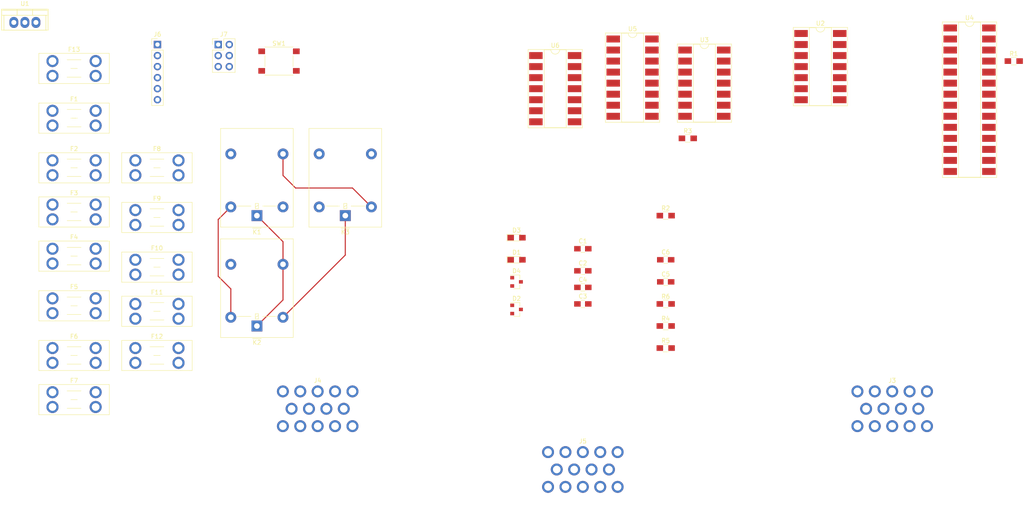
<source format=kicad_pcb>
(kicad_pcb (version 4) (host pcbnew 4.0.7-e2-6376~58~ubuntu16.04.1)

  (general
    (links 143)
    (no_connects 138)
    (area 14.524762 11.217 250.225001 129.155001)
    (thickness 1.6)
    (drawings 0)
    (tracks 14)
    (zones 0)
    (modules 44)
    (nets 87)
  )

  (page A4)
  (layers
    (0 F.Cu signal)
    (31 B.Cu signal)
    (32 B.Adhes user)
    (33 F.Adhes user)
    (34 B.Paste user)
    (35 F.Paste user)
    (36 B.SilkS user)
    (37 F.SilkS user)
    (38 B.Mask user)
    (39 F.Mask user)
    (40 Dwgs.User user)
    (41 Cmts.User user)
    (42 Eco1.User user)
    (43 Eco2.User user)
    (44 Edge.Cuts user)
    (45 Margin user)
    (46 B.CrtYd user)
    (47 F.CrtYd user)
    (48 B.Fab user)
    (49 F.Fab user)
  )

  (setup
    (last_trace_width 0.25)
    (user_trace_width 0.5)
    (trace_clearance 0.2)
    (zone_clearance 0.508)
    (zone_45_only no)
    (trace_min 0.2)
    (segment_width 0.2)
    (edge_width 0.15)
    (via_size 0.6)
    (via_drill 0.4)
    (via_min_size 0.4)
    (via_min_drill 0.3)
    (uvia_size 0.3)
    (uvia_drill 0.1)
    (uvias_allowed no)
    (uvia_min_size 0.2)
    (uvia_min_drill 0.1)
    (pcb_text_width 0.3)
    (pcb_text_size 1.5 1.5)
    (mod_edge_width 0.15)
    (mod_text_size 1 1)
    (mod_text_width 0.15)
    (pad_size 1.524 1.524)
    (pad_drill 0.762)
    (pad_to_mask_clearance 0.2)
    (aux_axis_origin 0 0)
    (visible_elements FFFFF77F)
    (pcbplotparams
      (layerselection 0x00030_80000001)
      (usegerberextensions false)
      (excludeedgelayer true)
      (linewidth 0.100000)
      (plotframeref false)
      (viasonmask false)
      (mode 1)
      (useauxorigin false)
      (hpglpennumber 1)
      (hpglpenspeed 20)
      (hpglpendiameter 15)
      (hpglpenoverlay 2)
      (psnegative false)
      (psa4output false)
      (plotreference true)
      (plotvalue true)
      (plotinvisibletext false)
      (padsonsilk false)
      (subtractmaskfromsilk false)
      (outputformat 1)
      (mirror false)
      (drillshape 1)
      (scaleselection 1)
      (outputdirectory ""))
  )

  (net 0 "")
  (net 1 +5V)
  (net 2 GND)
  (net 3 +12V)
  (net 4 "Net-(C3-Pad1)")
  (net 5 "Net-(C5-Pad1)")
  (net 6 "Net-(C5-Pad2)")
  (net 7 /ShutdownCircuit/IMD_RST-)
  (net 8 "Net-(D2-Pad2)")
  (net 9 /SCL)
  (net 10 /BRK_SW)
  (net 11 /THR_SW)
  (net 12 "Net-(F11-Pad1)")
  (net 13 /IMD_FLT_12V_LED_H)
  (net 14 /SDA)
  (net 15 "Net-(F10-Pad1)")
  (net 16 /START_INPUT)
  (net 17 /IMD_FLT)
  (net 18 "Net-(J4-Pad14)")
  (net 19 /IMD_RST-)
  (net 20 /IMD_RST+)
  (net 21 /SEVCON_FLT)
  (net 22 /SEVCON_REV)
  (net 23 "Net-(F12-Pad1)")
  (net 24 /K3)
  (net 25 /K1)
  (net 26 /K2)
  (net 27 /SEVCON_FWD)
  (net 28 "Net-(F9-Pad1)")
  (net 29 /SD_CKT-)
  (net 30 "Net-(J5-Pad14)")
  (net 31 /BOTS)
  (net 32 /TSMS)
  (net 33 "Net-(F6-Pad1)")
  (net 34 "Net-(F7-Pad1)")
  (net 35 "Net-(F8-Pad1)")
  (net 36 "Net-(F4-Pad1)")
  (net 37 "Net-(F3-Pad1)")
  (net 38 /RTDS-)
  (net 39 "Net-(F5-Pad1)")
  (net 40 /FAN-)
  (net 41 "Net-(F13-Pad1)")
  (net 42 "Net-(K1-Pad3)")
  (net 43 "Net-(K2-Pad4)")
  (net 44 "Net-(K3-Pad4)")
  (net 45 "Net-(D4-Pad2)")
  (net 46 /Logic/RTDS)
  (net 47 /FAN_PWM)
  (net 48 /BMS_FLT)
  (net 49 "Net-(D1-Pad1)")
  (net 50 "Net-(D3-Pad1)")
  (net 51 "Net-(F1-Pad2)")
  (net 52 "Net-(F2-Pad1)")
  (net 53 /Logic/RX)
  (net 54 /Logic/TX)
  (net 55 "Net-(J7-Pad1)")
  (net 56 "Net-(J7-Pad3)")
  (net 57 "Net-(J7-Pad4)")
  (net 58 /SignalDelay/A2)
  (net 59 /SignalDelay/A1)
  (net 60 /CHARGER_SD)
  (net 61 VCC)
  (net 62 /COCKPIT_SW)
  (net 63 /Logic/COCKPIT_SW)
  (net 64 /Logic/BOTS)
  (net 65 /Logic/SEVCON_FLT)
  (net 66 "Net-(U3-Pad13)")
  (net 67 /Logic/SEVCON_REV)
  (net 68 /CONTACT_REQ)
  (net 69 "Net-(U4-Pad9)")
  (net 70 /SOC)
  (net 71 "Net-(U4-Pad10)")
  (net 72 "Net-(U4-Pad26)")
  (net 73 /Logic/TSMS)
  (net 74 /Logic/SECON_FWD)
  (net 75 "Net-(U5-Pad10)")
  (net 76 /Logic/SEVCON_FWD)
  (net 77 "Net-(U5-Pad11)")
  (net 78 "Net-(U5-Pad13)")
  (net 79 "Net-(U5-Pad14)")
  (net 80 "Net-(U5-Pad15)")
  (net 81 /ShutdownCircuit/BMS_FLT_5V_L)
  (net 82 "Net-(R7-Pad2)")
  (net 83 "Net-(C8-Pad1)")
  (net 84 "Net-(R8-Pad2)")
  (net 85 "Net-(C7-Pad1)")
  (net 86 /ShutdownCircuit/IMD_FLT_5V_L)

  (net_class Default "This is the default net class."
    (clearance 0.2)
    (trace_width 0.25)
    (via_dia 0.6)
    (via_drill 0.4)
    (uvia_dia 0.3)
    (uvia_drill 0.1)
  )

  (net_class Signal ""
    (clearance 0.2)
    (trace_width 0.5)
    (via_dia 0.5)
    (via_drill 0.4)
    (uvia_dia 0.3)
    (uvia_drill 0.1)
    (add_net +12V)
    (add_net +5V)
    (add_net /BMS_FLT)
    (add_net /BOTS)
    (add_net /BRK_SW)
    (add_net /CHARGER_SD)
    (add_net /COCKPIT_SW)
    (add_net /CONTACT_REQ)
    (add_net /FAN-)
    (add_net /FAN_PWM)
    (add_net /IMD_FLT)
    (add_net /IMD_FLT_12V_LED_H)
    (add_net /IMD_RST+)
    (add_net /IMD_RST-)
    (add_net /K1)
    (add_net /K2)
    (add_net /K3)
    (add_net /Logic/BOTS)
    (add_net /Logic/COCKPIT_SW)
    (add_net /Logic/RTDS)
    (add_net /Logic/RX)
    (add_net /Logic/SECON_FWD)
    (add_net /Logic/SEVCON_FLT)
    (add_net /Logic/SEVCON_FWD)
    (add_net /Logic/SEVCON_REV)
    (add_net /Logic/TSMS)
    (add_net /Logic/TX)
    (add_net /RTDS-)
    (add_net /SCL)
    (add_net /SDA)
    (add_net /SD_CKT-)
    (add_net /SEVCON_FLT)
    (add_net /SEVCON_FWD)
    (add_net /SEVCON_REV)
    (add_net /SOC)
    (add_net /START_INPUT)
    (add_net /ShutdownCircuit/BMS_FLT_5V_L)
    (add_net /ShutdownCircuit/IMD_FLT_5V_L)
    (add_net /ShutdownCircuit/IMD_RST-)
    (add_net /SignalDelay/A1)
    (add_net /SignalDelay/A2)
    (add_net /THR_SW)
    (add_net /TSMS)
    (add_net GND)
    (add_net "Net-(C3-Pad1)")
    (add_net "Net-(C5-Pad1)")
    (add_net "Net-(C5-Pad2)")
    (add_net "Net-(C7-Pad1)")
    (add_net "Net-(C8-Pad1)")
    (add_net "Net-(D1-Pad1)")
    (add_net "Net-(D2-Pad2)")
    (add_net "Net-(D3-Pad1)")
    (add_net "Net-(D4-Pad2)")
    (add_net "Net-(F1-Pad2)")
    (add_net "Net-(F10-Pad1)")
    (add_net "Net-(F11-Pad1)")
    (add_net "Net-(F12-Pad1)")
    (add_net "Net-(F13-Pad1)")
    (add_net "Net-(F2-Pad1)")
    (add_net "Net-(F3-Pad1)")
    (add_net "Net-(F4-Pad1)")
    (add_net "Net-(F5-Pad1)")
    (add_net "Net-(F6-Pad1)")
    (add_net "Net-(F7-Pad1)")
    (add_net "Net-(F8-Pad1)")
    (add_net "Net-(F9-Pad1)")
    (add_net "Net-(J4-Pad14)")
    (add_net "Net-(J5-Pad14)")
    (add_net "Net-(J7-Pad1)")
    (add_net "Net-(J7-Pad3)")
    (add_net "Net-(J7-Pad4)")
    (add_net "Net-(K1-Pad3)")
    (add_net "Net-(K2-Pad4)")
    (add_net "Net-(K3-Pad4)")
    (add_net "Net-(R7-Pad2)")
    (add_net "Net-(R8-Pad2)")
    (add_net "Net-(U3-Pad13)")
    (add_net "Net-(U4-Pad10)")
    (add_net "Net-(U4-Pad26)")
    (add_net "Net-(U4-Pad9)")
    (add_net "Net-(U5-Pad10)")
    (add_net "Net-(U5-Pad11)")
    (add_net "Net-(U5-Pad13)")
    (add_net "Net-(U5-Pad14)")
    (add_net "Net-(U5-Pad15)")
    (add_net VCC)
  )

  (module Capacitors_SMD:C_0805_HandSoldering (layer F.Cu) (tedit 58AA84A8) (tstamp 5A1955A2)
    (at 148.59 68.58)
    (descr "Capacitor SMD 0805, hand soldering")
    (tags "capacitor 0805")
    (path /5A0238B9/5A023949)
    (attr smd)
    (fp_text reference C1 (at 0 -1.75) (layer F.SilkS)
      (effects (font (size 1 1) (thickness 0.15)))
    )
    (fp_text value 1u (at 0 1.75) (layer F.Fab)
      (effects (font (size 1 1) (thickness 0.15)))
    )
    (fp_text user %R (at 0 -1.75) (layer F.Fab)
      (effects (font (size 1 1) (thickness 0.15)))
    )
    (fp_line (start -1 0.62) (end -1 -0.62) (layer F.Fab) (width 0.1))
    (fp_line (start 1 0.62) (end -1 0.62) (layer F.Fab) (width 0.1))
    (fp_line (start 1 -0.62) (end 1 0.62) (layer F.Fab) (width 0.1))
    (fp_line (start -1 -0.62) (end 1 -0.62) (layer F.Fab) (width 0.1))
    (fp_line (start 0.5 -0.85) (end -0.5 -0.85) (layer F.SilkS) (width 0.12))
    (fp_line (start -0.5 0.85) (end 0.5 0.85) (layer F.SilkS) (width 0.12))
    (fp_line (start -2.25 -0.88) (end 2.25 -0.88) (layer F.CrtYd) (width 0.05))
    (fp_line (start -2.25 -0.88) (end -2.25 0.87) (layer F.CrtYd) (width 0.05))
    (fp_line (start 2.25 0.87) (end 2.25 -0.88) (layer F.CrtYd) (width 0.05))
    (fp_line (start 2.25 0.87) (end -2.25 0.87) (layer F.CrtYd) (width 0.05))
    (pad 1 smd rect (at -1.25 0) (size 1.5 1.25) (layers F.Cu F.Paste F.Mask)
      (net 1 +5V))
    (pad 2 smd rect (at 1.25 0) (size 1.5 1.25) (layers F.Cu F.Paste F.Mask)
      (net 2 GND))
    (model Capacitors_SMD.3dshapes/C_0805.wrl
      (at (xyz 0 0 0))
      (scale (xyz 1 1 1))
      (rotate (xyz 0 0 0))
    )
  )

  (module Capacitors_SMD:C_0805_HandSoldering (layer F.Cu) (tedit 58AA84A8) (tstamp 5A1955A8)
    (at 148.59 73.66)
    (descr "Capacitor SMD 0805, hand soldering")
    (tags "capacitor 0805")
    (path /5A0238B9/5A042998)
    (attr smd)
    (fp_text reference C2 (at 0 -1.75) (layer F.SilkS)
      (effects (font (size 1 1) (thickness 0.15)))
    )
    (fp_text value 1u (at 0 1.75) (layer F.Fab)
      (effects (font (size 1 1) (thickness 0.15)))
    )
    (fp_text user %R (at 0 -1.75) (layer F.Fab)
      (effects (font (size 1 1) (thickness 0.15)))
    )
    (fp_line (start -1 0.62) (end -1 -0.62) (layer F.Fab) (width 0.1))
    (fp_line (start 1 0.62) (end -1 0.62) (layer F.Fab) (width 0.1))
    (fp_line (start 1 -0.62) (end 1 0.62) (layer F.Fab) (width 0.1))
    (fp_line (start -1 -0.62) (end 1 -0.62) (layer F.Fab) (width 0.1))
    (fp_line (start 0.5 -0.85) (end -0.5 -0.85) (layer F.SilkS) (width 0.12))
    (fp_line (start -0.5 0.85) (end 0.5 0.85) (layer F.SilkS) (width 0.12))
    (fp_line (start -2.25 -0.88) (end 2.25 -0.88) (layer F.CrtYd) (width 0.05))
    (fp_line (start -2.25 -0.88) (end -2.25 0.87) (layer F.CrtYd) (width 0.05))
    (fp_line (start 2.25 0.87) (end 2.25 -0.88) (layer F.CrtYd) (width 0.05))
    (fp_line (start 2.25 0.87) (end -2.25 0.87) (layer F.CrtYd) (width 0.05))
    (pad 1 smd rect (at -1.25 0) (size 1.5 1.25) (layers F.Cu F.Paste F.Mask)
      (net 3 +12V))
    (pad 2 smd rect (at 1.25 0) (size 1.5 1.25) (layers F.Cu F.Paste F.Mask)
      (net 2 GND))
    (model Capacitors_SMD.3dshapes/C_0805.wrl
      (at (xyz 0 0 0))
      (scale (xyz 1 1 1))
      (rotate (xyz 0 0 0))
    )
  )

  (module Capacitors_SMD:C_0805_HandSoldering (layer F.Cu) (tedit 58AA84A8) (tstamp 5A1955AE)
    (at 148.59 81.28)
    (descr "Capacitor SMD 0805, hand soldering")
    (tags "capacitor 0805")
    (path /5A0238B9/5A0239E1)
    (attr smd)
    (fp_text reference C3 (at 0 -1.75) (layer F.SilkS)
      (effects (font (size 1 1) (thickness 0.15)))
    )
    (fp_text value .1u (at 0 1.75) (layer F.Fab)
      (effects (font (size 1 1) (thickness 0.15)))
    )
    (fp_text user %R (at 0 -1.75) (layer F.Fab)
      (effects (font (size 1 1) (thickness 0.15)))
    )
    (fp_line (start -1 0.62) (end -1 -0.62) (layer F.Fab) (width 0.1))
    (fp_line (start 1 0.62) (end -1 0.62) (layer F.Fab) (width 0.1))
    (fp_line (start 1 -0.62) (end 1 0.62) (layer F.Fab) (width 0.1))
    (fp_line (start -1 -0.62) (end 1 -0.62) (layer F.Fab) (width 0.1))
    (fp_line (start 0.5 -0.85) (end -0.5 -0.85) (layer F.SilkS) (width 0.12))
    (fp_line (start -0.5 0.85) (end 0.5 0.85) (layer F.SilkS) (width 0.12))
    (fp_line (start -2.25 -0.88) (end 2.25 -0.88) (layer F.CrtYd) (width 0.05))
    (fp_line (start -2.25 -0.88) (end -2.25 0.87) (layer F.CrtYd) (width 0.05))
    (fp_line (start 2.25 0.87) (end 2.25 -0.88) (layer F.CrtYd) (width 0.05))
    (fp_line (start 2.25 0.87) (end -2.25 0.87) (layer F.CrtYd) (width 0.05))
    (pad 1 smd rect (at -1.25 0) (size 1.5 1.25) (layers F.Cu F.Paste F.Mask)
      (net 4 "Net-(C3-Pad1)"))
    (pad 2 smd rect (at 1.25 0) (size 1.5 1.25) (layers F.Cu F.Paste F.Mask)
      (net 2 GND))
    (model Capacitors_SMD.3dshapes/C_0805.wrl
      (at (xyz 0 0 0))
      (scale (xyz 1 1 1))
      (rotate (xyz 0 0 0))
    )
  )

  (module Capacitors_SMD:C_0805_HandSoldering (layer F.Cu) (tedit 58AA84A8) (tstamp 5A1955B4)
    (at 148.59 77.47)
    (descr "Capacitor SMD 0805, hand soldering")
    (tags "capacitor 0805")
    (path /5A0238B9/5A042F62)
    (attr smd)
    (fp_text reference C4 (at 0 -1.75) (layer F.SilkS)
      (effects (font (size 1 1) (thickness 0.15)))
    )
    (fp_text value 1u (at 0 1.75) (layer F.Fab)
      (effects (font (size 1 1) (thickness 0.15)))
    )
    (fp_text user %R (at 0 -1.75) (layer F.Fab)
      (effects (font (size 1 1) (thickness 0.15)))
    )
    (fp_line (start -1 0.62) (end -1 -0.62) (layer F.Fab) (width 0.1))
    (fp_line (start 1 0.62) (end -1 0.62) (layer F.Fab) (width 0.1))
    (fp_line (start 1 -0.62) (end 1 0.62) (layer F.Fab) (width 0.1))
    (fp_line (start -1 -0.62) (end 1 -0.62) (layer F.Fab) (width 0.1))
    (fp_line (start 0.5 -0.85) (end -0.5 -0.85) (layer F.SilkS) (width 0.12))
    (fp_line (start -0.5 0.85) (end 0.5 0.85) (layer F.SilkS) (width 0.12))
    (fp_line (start -2.25 -0.88) (end 2.25 -0.88) (layer F.CrtYd) (width 0.05))
    (fp_line (start -2.25 -0.88) (end -2.25 0.87) (layer F.CrtYd) (width 0.05))
    (fp_line (start 2.25 0.87) (end 2.25 -0.88) (layer F.CrtYd) (width 0.05))
    (fp_line (start 2.25 0.87) (end -2.25 0.87) (layer F.CrtYd) (width 0.05))
    (pad 1 smd rect (at -1.25 0) (size 1.5 1.25) (layers F.Cu F.Paste F.Mask)
      (net 3 +12V))
    (pad 2 smd rect (at 1.25 0) (size 1.5 1.25) (layers F.Cu F.Paste F.Mask)
      (net 2 GND))
    (model Capacitors_SMD.3dshapes/C_0805.wrl
      (at (xyz 0 0 0))
      (scale (xyz 1 1 1))
      (rotate (xyz 0 0 0))
    )
  )

  (module Capacitors_SMD:C_0805_HandSoldering (layer F.Cu) (tedit 58AA84A8) (tstamp 5A1955BA)
    (at 167.64 76.2)
    (descr "Capacitor SMD 0805, hand soldering")
    (tags "capacitor 0805")
    (path /5A0238B9/5A027EB6)
    (attr smd)
    (fp_text reference C5 (at 0 -1.75) (layer F.SilkS)
      (effects (font (size 1 1) (thickness 0.15)))
    )
    (fp_text value 1u (at 0 1.75) (layer F.Fab)
      (effects (font (size 1 1) (thickness 0.15)))
    )
    (fp_text user %R (at 0 -1.75) (layer F.Fab)
      (effects (font (size 1 1) (thickness 0.15)))
    )
    (fp_line (start -1 0.62) (end -1 -0.62) (layer F.Fab) (width 0.1))
    (fp_line (start 1 0.62) (end -1 0.62) (layer F.Fab) (width 0.1))
    (fp_line (start 1 -0.62) (end 1 0.62) (layer F.Fab) (width 0.1))
    (fp_line (start -1 -0.62) (end 1 -0.62) (layer F.Fab) (width 0.1))
    (fp_line (start 0.5 -0.85) (end -0.5 -0.85) (layer F.SilkS) (width 0.12))
    (fp_line (start -0.5 0.85) (end 0.5 0.85) (layer F.SilkS) (width 0.12))
    (fp_line (start -2.25 -0.88) (end 2.25 -0.88) (layer F.CrtYd) (width 0.05))
    (fp_line (start -2.25 -0.88) (end -2.25 0.87) (layer F.CrtYd) (width 0.05))
    (fp_line (start 2.25 0.87) (end 2.25 -0.88) (layer F.CrtYd) (width 0.05))
    (fp_line (start 2.25 0.87) (end -2.25 0.87) (layer F.CrtYd) (width 0.05))
    (pad 1 smd rect (at -1.25 0) (size 1.5 1.25) (layers F.Cu F.Paste F.Mask)
      (net 5 "Net-(C5-Pad1)"))
    (pad 2 smd rect (at 1.25 0) (size 1.5 1.25) (layers F.Cu F.Paste F.Mask)
      (net 6 "Net-(C5-Pad2)"))
    (model Capacitors_SMD.3dshapes/C_0805.wrl
      (at (xyz 0 0 0))
      (scale (xyz 1 1 1))
      (rotate (xyz 0 0 0))
    )
  )

  (module Capacitors_SMD:C_0805_HandSoldering (layer F.Cu) (tedit 58AA84A8) (tstamp 5A1955C0)
    (at 167.64 71.12)
    (descr "Capacitor SMD 0805, hand soldering")
    (tags "capacitor 0805")
    (path /5A0238B9/5A042F1F)
    (attr smd)
    (fp_text reference C6 (at 0 -1.75) (layer F.SilkS)
      (effects (font (size 1 1) (thickness 0.15)))
    )
    (fp_text value 1u (at 0 1.75) (layer F.Fab)
      (effects (font (size 1 1) (thickness 0.15)))
    )
    (fp_text user %R (at 0 -1.75) (layer F.Fab)
      (effects (font (size 1 1) (thickness 0.15)))
    )
    (fp_line (start -1 0.62) (end -1 -0.62) (layer F.Fab) (width 0.1))
    (fp_line (start 1 0.62) (end -1 0.62) (layer F.Fab) (width 0.1))
    (fp_line (start 1 -0.62) (end 1 0.62) (layer F.Fab) (width 0.1))
    (fp_line (start -1 -0.62) (end 1 -0.62) (layer F.Fab) (width 0.1))
    (fp_line (start 0.5 -0.85) (end -0.5 -0.85) (layer F.SilkS) (width 0.12))
    (fp_line (start -0.5 0.85) (end 0.5 0.85) (layer F.SilkS) (width 0.12))
    (fp_line (start -2.25 -0.88) (end 2.25 -0.88) (layer F.CrtYd) (width 0.05))
    (fp_line (start -2.25 -0.88) (end -2.25 0.87) (layer F.CrtYd) (width 0.05))
    (fp_line (start 2.25 0.87) (end 2.25 -0.88) (layer F.CrtYd) (width 0.05))
    (fp_line (start 2.25 0.87) (end -2.25 0.87) (layer F.CrtYd) (width 0.05))
    (pad 1 smd rect (at -1.25 0) (size 1.5 1.25) (layers F.Cu F.Paste F.Mask)
      (net 1 +5V))
    (pad 2 smd rect (at 1.25 0) (size 1.5 1.25) (layers F.Cu F.Paste F.Mask)
      (net 2 GND))
    (model Capacitors_SMD.3dshapes/C_0805.wrl
      (at (xyz 0 0 0))
      (scale (xyz 1 1 1))
      (rotate (xyz 0 0 0))
    )
  )

  (module TuftsRacing2018:AMP14 (layer F.Cu) (tedit 5A121AE2) (tstamp 5A1955DA)
    (at 219.71 105.41)
    (path /5A128C62)
    (fp_text reference J3 (at 0 -6.5) (layer F.SilkS)
      (effects (font (size 1 1) (thickness 0.15)))
    )
    (fp_text value Conn_01x14_Male (at 0 -8) (layer F.Fab)
      (effects (font (size 1 1) (thickness 0.15)))
    )
    (fp_line (start -24.5 9.5) (end 24.5 9.5) (layer F.Fab) (width 0.15))
    (fp_line (start -24.53 9.5) (end -24.53 0) (layer F.Fab) (width 0.15))
    (fp_line (start 24.53 9.5) (end 24.53 0) (layer F.Fab) (width 0.15))
    (pad 10 thru_hole circle (at -8 4) (size 2.75 2.75) (drill 1.75) (layers *.Cu *.Mask)
      (net 9 /SCL))
    (pad 11 thru_hole circle (at -4 4) (size 2.75 2.75) (drill 1.75) (layers *.Cu *.Mask)
      (net 2 GND))
    (pad 14 thru_hole circle (at 8 4) (size 2.75 2.75) (drill 1.75) (layers *.Cu *.Mask)
      (net 10 /BRK_SW))
    (pad 13 thru_hole circle (at 4 4) (size 2.75 2.75) (drill 1.75) (layers *.Cu *.Mask)
      (net 11 /THR_SW))
    (pad 12 thru_hole circle (at 0 4) (size 2.75 2.75) (drill 1.75) (layers *.Cu *.Mask)
      (net 1 +5V))
    (pad 7 thru_hole circle (at -2 0) (size 2.75 2.75) (drill 1.75) (layers *.Cu *.Mask)
      (net 2 GND))
    (pad 8 thru_hole circle (at 2 0) (size 2.75 2.75) (drill 1.75) (layers *.Cu *.Mask)
      (net 12 "Net-(F11-Pad1)"))
    (pad 6 thru_hole circle (at -6 0) (size 2.75 2.75) (drill 1.75) (layers *.Cu *.Mask)
      (net 13 /IMD_FLT_12V_LED_H))
    (pad 9 thru_hole circle (at 6 0) (size 2.75 2.75) (drill 1.75) (layers *.Cu *.Mask)
      (net 14 /SDA))
    (pad "" np_thru_hole circle (at -14.5 0) (size 2.85 2.85) (drill 2.85) (layers *.Cu *.Mask))
    (pad 3 thru_hole circle (at 0 -4) (size 2.75 2.75) (drill 1.75) (layers *.Cu *.Mask)
      (net 9 /SCL))
    (pad 1 thru_hole circle (at -8 -4) (size 2.75 2.75) (drill 1.75) (layers *.Cu *.Mask)
      (net 15 "Net-(F10-Pad1)"))
    (pad 2 thru_hole circle (at -4 -4) (size 2.75 2.75) (drill 1.75) (layers *.Cu *.Mask)
      (net 14 /SDA))
    (pad 5 thru_hole circle (at 8 -4) (size 2.75 2.75) (drill 1.75) (layers *.Cu *.Mask)
      (net 2 GND))
    (pad 4 thru_hole circle (at 4 -4) (size 2.75 2.75) (drill 1.75) (layers *.Cu *.Mask)
      (net 16 /START_INPUT))
    (pad "" np_thru_hole circle (at 14.5 0) (size 2.85 2.85) (drill 2.85) (layers *.Cu *.Mask))
  )

  (module TuftsRacing2018:AMP14 (layer F.Cu) (tedit 5A121AE2) (tstamp 5A1955EE)
    (at 87.63 105.41)
    (path /5A128D99)
    (fp_text reference J4 (at 0 -6.5) (layer F.SilkS)
      (effects (font (size 1 1) (thickness 0.15)))
    )
    (fp_text value Conn_01x14_Male (at 0 -8) (layer F.Fab)
      (effects (font (size 1 1) (thickness 0.15)))
    )
    (fp_line (start -24.5 9.5) (end 24.5 9.5) (layer F.Fab) (width 0.15))
    (fp_line (start -24.53 9.5) (end -24.53 0) (layer F.Fab) (width 0.15))
    (fp_line (start 24.53 9.5) (end 24.53 0) (layer F.Fab) (width 0.15))
    (pad 10 thru_hole circle (at -8 4) (size 2.75 2.75) (drill 1.75) (layers *.Cu *.Mask)
      (net 17 /IMD_FLT))
    (pad 11 thru_hole circle (at -4 4) (size 2.75 2.75) (drill 1.75) (layers *.Cu *.Mask)
      (net 2 GND))
    (pad 14 thru_hole circle (at 8 4) (size 2.75 2.75) (drill 1.75) (layers *.Cu *.Mask)
      (net 18 "Net-(J4-Pad14)"))
    (pad 13 thru_hole circle (at 4 4) (size 2.75 2.75) (drill 1.75) (layers *.Cu *.Mask)
      (net 19 /IMD_RST-))
    (pad 12 thru_hole circle (at 0 4) (size 2.75 2.75) (drill 1.75) (layers *.Cu *.Mask)
      (net 20 /IMD_RST+))
    (pad 7 thru_hole circle (at -2 0) (size 2.75 2.75) (drill 1.75) (layers *.Cu *.Mask)
      (net 21 /SEVCON_FLT))
    (pad 8 thru_hole circle (at 2 0) (size 2.75 2.75) (drill 1.75) (layers *.Cu *.Mask)
      (net 2 GND))
    (pad 6 thru_hole circle (at -6 0) (size 2.75 2.75) (drill 1.75) (layers *.Cu *.Mask)
      (net 22 /SEVCON_REV))
    (pad 9 thru_hole circle (at 6 0) (size 2.75 2.75) (drill 1.75) (layers *.Cu *.Mask)
      (net 23 "Net-(F12-Pad1)"))
    (pad "" np_thru_hole circle (at -14.5 0) (size 2.85 2.85) (drill 2.85) (layers *.Cu *.Mask))
    (pad 3 thru_hole circle (at 0 -4) (size 2.75 2.75) (drill 1.75) (layers *.Cu *.Mask)
      (net 24 /K3))
    (pad 1 thru_hole circle (at -8 -4) (size 2.75 2.75) (drill 1.75) (layers *.Cu *.Mask)
      (net 25 /K1))
    (pad 2 thru_hole circle (at -4 -4) (size 2.75 2.75) (drill 1.75) (layers *.Cu *.Mask)
      (net 26 /K2))
    (pad 5 thru_hole circle (at 8 -4) (size 2.75 2.75) (drill 1.75) (layers *.Cu *.Mask)
      (net 27 /SEVCON_FWD))
    (pad 4 thru_hole circle (at 4 -4) (size 2.75 2.75) (drill 1.75) (layers *.Cu *.Mask)
      (net 28 "Net-(F9-Pad1)"))
    (pad "" np_thru_hole circle (at 14.5 0) (size 2.85 2.85) (drill 2.85) (layers *.Cu *.Mask))
  )

  (module TuftsRacing2018:AMP14 (layer F.Cu) (tedit 5A121AE2) (tstamp 5A195602)
    (at 148.59 119.38)
    (path /5A128E72)
    (fp_text reference J5 (at 0 -6.5) (layer F.SilkS)
      (effects (font (size 1 1) (thickness 0.15)))
    )
    (fp_text value Conn_01x14_Male (at 0 -8) (layer F.Fab)
      (effects (font (size 1 1) (thickness 0.15)))
    )
    (fp_line (start -24.5 9.5) (end 24.5 9.5) (layer F.Fab) (width 0.15))
    (fp_line (start -24.53 9.5) (end -24.53 0) (layer F.Fab) (width 0.15))
    (fp_line (start 24.53 9.5) (end 24.53 0) (layer F.Fab) (width 0.15))
    (pad 10 thru_hole circle (at -8 4) (size 2.75 2.75) (drill 1.75) (layers *.Cu *.Mask)
      (net 3 +12V))
    (pad 11 thru_hole circle (at -4 4) (size 2.75 2.75) (drill 1.75) (layers *.Cu *.Mask)
      (net 29 /SD_CKT-))
    (pad 14 thru_hole circle (at 8 4) (size 2.75 2.75) (drill 1.75) (layers *.Cu *.Mask)
      (net 30 "Net-(J5-Pad14)"))
    (pad 13 thru_hole circle (at 4 4) (size 2.75 2.75) (drill 1.75) (layers *.Cu *.Mask)
      (net 31 /BOTS))
    (pad 12 thru_hole circle (at 0 4) (size 2.75 2.75) (drill 1.75) (layers *.Cu *.Mask)
      (net 32 /TSMS))
    (pad 7 thru_hole circle (at -2 0) (size 2.75 2.75) (drill 1.75) (layers *.Cu *.Mask)
      (net 33 "Net-(F6-Pad1)"))
    (pad 8 thru_hole circle (at 2 0) (size 2.75 2.75) (drill 1.75) (layers *.Cu *.Mask)
      (net 34 "Net-(F7-Pad1)"))
    (pad 6 thru_hole circle (at -6 0) (size 2.75 2.75) (drill 1.75) (layers *.Cu *.Mask)
      (net 10 /BRK_SW))
    (pad 9 thru_hole circle (at 6 0) (size 2.75 2.75) (drill 1.75) (layers *.Cu *.Mask)
      (net 35 "Net-(F8-Pad1)"))
    (pad "" np_thru_hole circle (at -14.5 0) (size 2.85 2.85) (drill 2.85) (layers *.Cu *.Mask))
    (pad 3 thru_hole circle (at 0 -4) (size 2.75 2.75) (drill 1.75) (layers *.Cu *.Mask)
      (net 36 "Net-(F4-Pad1)"))
    (pad 1 thru_hole circle (at -8 -4) (size 2.75 2.75) (drill 1.75) (layers *.Cu *.Mask)
      (net 37 "Net-(F3-Pad1)"))
    (pad 2 thru_hole circle (at -4 -4) (size 2.75 2.75) (drill 1.75) (layers *.Cu *.Mask)
      (net 38 /RTDS-))
    (pad 5 thru_hole circle (at 8 -4) (size 2.75 2.75) (drill 1.75) (layers *.Cu *.Mask)
      (net 39 "Net-(F5-Pad1)"))
    (pad 4 thru_hole circle (at 4 -4) (size 2.75 2.75) (drill 1.75) (layers *.Cu *.Mask)
      (net 40 /FAN-))
    (pad "" np_thru_hole circle (at 14.5 0) (size 2.85 2.85) (drill 2.85) (layers *.Cu *.Mask))
  )

  (module Relays_THT:Relay_SPDT_OMRON-G5LE-1 (layer F.Cu) (tedit 59A98DAB) (tstamp 5A19560B)
    (at 73.66 60.96 180)
    (descr "Omron Relay SPDT, http://www.omron.com/ecb/products/pdf/en-g5le.pdf")
    (tags "Omron Relay SPDT")
    (path /5A021EBA/5A023295)
    (fp_text reference K1 (at 0 -3.8 180) (layer F.SilkS)
      (effects (font (size 1 1) (thickness 0.15)))
    )
    (fp_text value IMD_RELAY (at 0 20.95 180) (layer F.Fab)
      (effects (font (size 1 1) (thickness 0.15)))
    )
    (fp_line (start 0 -1.55) (end 1 -2.55) (layer F.Fab) (width 0.1))
    (fp_line (start 1 -2.55) (end 8.25 -2.55) (layer F.Fab) (width 0.1))
    (fp_line (start 8.25 -2.55) (end 8.25 19.95) (layer F.Fab) (width 0.1))
    (fp_line (start 8.25 19.95) (end -8.25 19.95) (layer F.Fab) (width 0.1))
    (fp_line (start -8.25 19.95) (end -8.25 -2.55) (layer F.Fab) (width 0.1))
    (fp_line (start -8.25 -2.55) (end -1 -2.55) (layer F.Fab) (width 0.1))
    (fp_line (start -1 -2.55) (end 0 -1.55) (layer F.Fab) (width 0.1))
    (fp_line (start -4.5 2) (end 4.5 2) (layer F.Fab) (width 0.1))
    (fp_line (start 8.35 20.05) (end 8.35 -2.65) (layer F.SilkS) (width 0.12))
    (fp_line (start 8.35 -2.65) (end -8.35 -2.65) (layer F.SilkS) (width 0.12))
    (fp_line (start -8.35 -2.65) (end -8.35 20.05) (layer F.SilkS) (width 0.12))
    (fp_line (start -8.35 20.05) (end 8.35 20.05) (layer F.SilkS) (width 0.12))
    (fp_line (start -0.35 2.4) (end 0.35 2) (layer F.SilkS) (width 0.12))
    (fp_line (start 0.35 2.8) (end 0.35 1.6) (layer F.SilkS) (width 0.12))
    (fp_line (start 0.35 1.6) (end -0.35 1.6) (layer F.SilkS) (width 0.12))
    (fp_line (start -0.35 1.6) (end -0.35 2.8) (layer F.SilkS) (width 0.12))
    (fp_line (start -0.35 2.8) (end 0.35 2.8) (layer F.SilkS) (width 0.12))
    (fp_line (start -1 -2.91) (end 1 -2.91) (layer F.SilkS) (width 0.12))
    (fp_line (start -4.5 2.2) (end -1.35 2.2) (layer F.SilkS) (width 0.12))
    (fp_line (start 1.35 2.2) (end 4.5 2.2) (layer F.SilkS) (width 0.12))
    (fp_line (start 8.5 20.2) (end 8.5 -2.8) (layer F.CrtYd) (width 0.05))
    (fp_line (start 8.5 -2.8) (end -8.5 -2.8) (layer F.CrtYd) (width 0.05))
    (fp_line (start -8.5 -2.8) (end -8.5 20.2) (layer F.CrtYd) (width 0.05))
    (fp_line (start -8.5 20.2) (end 8.5 20.2) (layer F.CrtYd) (width 0.05))
    (fp_text user %R (at 0 8.7 180) (layer F.Fab)
      (effects (font (size 1 1) (thickness 0.15)))
    )
    (pad 1 thru_hole rect (at 0 0 180) (size 2.5 2.5) (drill 1.3) (layers *.Cu *.Mask)
      (net 7 /ShutdownCircuit/IMD_RST-))
    (pad 2 thru_hole oval (at -6 2 180) (size 2.5 2.5) (drill 1.3) (layers *.Cu *.Mask)
      (net 41 "Net-(F13-Pad1)"))
    (pad 3 thru_hole oval (at -6 14.2 180) (size 2.5 2.5) (drill 1.3) (layers *.Cu *.Mask)
      (net 42 "Net-(K1-Pad3)"))
    (pad 4 thru_hole oval (at 6 14.2 180) (size 2.5 2.5) (drill 1.3) (layers *.Cu *.Mask)
      (net 13 /IMD_FLT_12V_LED_H))
    (pad 5 thru_hole oval (at 6 2 180) (size 2.5 2.5) (drill 1.3) (layers *.Cu *.Mask)
      (net 8 "Net-(D2-Pad2)"))
    (model ${KISYS3DMOD}/Relays_THT.3dshapes/Relay_SPDT_OMRON-G5LE-1.wrl
      (at (xyz 0 0 0))
      (scale (xyz 1 1 1))
      (rotate (xyz 0 0 0))
    )
  )

  (module Relays_THT:Relay_SPDT_OMRON-G5LE-1 (layer F.Cu) (tedit 59A98DAB) (tstamp 5A195614)
    (at 73.66 86.36 180)
    (descr "Omron Relay SPDT, http://www.omron.com/ecb/products/pdf/en-g5le.pdf")
    (tags "Omron Relay SPDT")
    (path /5A021EBA/5A0234D4)
    (fp_text reference K2 (at 0 -3.8 180) (layer F.SilkS)
      (effects (font (size 1 1) (thickness 0.15)))
    )
    (fp_text value IMD_LATCH (at 0 20.95 180) (layer F.Fab)
      (effects (font (size 1 1) (thickness 0.15)))
    )
    (fp_line (start 0 -1.55) (end 1 -2.55) (layer F.Fab) (width 0.1))
    (fp_line (start 1 -2.55) (end 8.25 -2.55) (layer F.Fab) (width 0.1))
    (fp_line (start 8.25 -2.55) (end 8.25 19.95) (layer F.Fab) (width 0.1))
    (fp_line (start 8.25 19.95) (end -8.25 19.95) (layer F.Fab) (width 0.1))
    (fp_line (start -8.25 19.95) (end -8.25 -2.55) (layer F.Fab) (width 0.1))
    (fp_line (start -8.25 -2.55) (end -1 -2.55) (layer F.Fab) (width 0.1))
    (fp_line (start -1 -2.55) (end 0 -1.55) (layer F.Fab) (width 0.1))
    (fp_line (start -4.5 2) (end 4.5 2) (layer F.Fab) (width 0.1))
    (fp_line (start 8.35 20.05) (end 8.35 -2.65) (layer F.SilkS) (width 0.12))
    (fp_line (start 8.35 -2.65) (end -8.35 -2.65) (layer F.SilkS) (width 0.12))
    (fp_line (start -8.35 -2.65) (end -8.35 20.05) (layer F.SilkS) (width 0.12))
    (fp_line (start -8.35 20.05) (end 8.35 20.05) (layer F.SilkS) (width 0.12))
    (fp_line (start -0.35 2.4) (end 0.35 2) (layer F.SilkS) (width 0.12))
    (fp_line (start 0.35 2.8) (end 0.35 1.6) (layer F.SilkS) (width 0.12))
    (fp_line (start 0.35 1.6) (end -0.35 1.6) (layer F.SilkS) (width 0.12))
    (fp_line (start -0.35 1.6) (end -0.35 2.8) (layer F.SilkS) (width 0.12))
    (fp_line (start -0.35 2.8) (end 0.35 2.8) (layer F.SilkS) (width 0.12))
    (fp_line (start -1 -2.91) (end 1 -2.91) (layer F.SilkS) (width 0.12))
    (fp_line (start -4.5 2.2) (end -1.35 2.2) (layer F.SilkS) (width 0.12))
    (fp_line (start 1.35 2.2) (end 4.5 2.2) (layer F.SilkS) (width 0.12))
    (fp_line (start 8.5 20.2) (end 8.5 -2.8) (layer F.CrtYd) (width 0.05))
    (fp_line (start 8.5 -2.8) (end -8.5 -2.8) (layer F.CrtYd) (width 0.05))
    (fp_line (start -8.5 -2.8) (end -8.5 20.2) (layer F.CrtYd) (width 0.05))
    (fp_line (start -8.5 20.2) (end 8.5 20.2) (layer F.CrtYd) (width 0.05))
    (fp_text user %R (at 0 8.7 180) (layer F.Fab)
      (effects (font (size 1 1) (thickness 0.15)))
    )
    (pad 1 thru_hole rect (at 0 0 180) (size 2.5 2.5) (drill 1.3) (layers *.Cu *.Mask)
      (net 7 /ShutdownCircuit/IMD_RST-))
    (pad 2 thru_hole oval (at -6 2 180) (size 2.5 2.5) (drill 1.3) (layers *.Cu *.Mask)
      (net 3 +12V))
    (pad 3 thru_hole oval (at -6 14.2 180) (size 2.5 2.5) (drill 1.3) (layers *.Cu *.Mask)
      (net 7 /ShutdownCircuit/IMD_RST-))
    (pad 4 thru_hole oval (at 6 14.2 180) (size 2.5 2.5) (drill 1.3) (layers *.Cu *.Mask)
      (net 43 "Net-(K2-Pad4)"))
    (pad 5 thru_hole oval (at 6 2 180) (size 2.5 2.5) (drill 1.3) (layers *.Cu *.Mask)
      (net 8 "Net-(D2-Pad2)"))
    (model ${KISYS3DMOD}/Relays_THT.3dshapes/Relay_SPDT_OMRON-G5LE-1.wrl
      (at (xyz 0 0 0))
      (scale (xyz 1 1 1))
      (rotate (xyz 0 0 0))
    )
  )

  (module Relays_THT:Relay_SPDT_OMRON-G5LE-1 (layer F.Cu) (tedit 59A98DAB) (tstamp 5A19561D)
    (at 93.98 60.96 180)
    (descr "Omron Relay SPDT, http://www.omron.com/ecb/products/pdf/en-g5le.pdf")
    (tags "Omron Relay SPDT")
    (path /5A021EBA/5A023534)
    (fp_text reference K3 (at 0 -3.8 180) (layer F.SilkS)
      (effects (font (size 1 1) (thickness 0.15)))
    )
    (fp_text value BMS_RELAY (at 0 20.95 180) (layer F.Fab)
      (effects (font (size 1 1) (thickness 0.15)))
    )
    (fp_line (start 0 -1.55) (end 1 -2.55) (layer F.Fab) (width 0.1))
    (fp_line (start 1 -2.55) (end 8.25 -2.55) (layer F.Fab) (width 0.1))
    (fp_line (start 8.25 -2.55) (end 8.25 19.95) (layer F.Fab) (width 0.1))
    (fp_line (start 8.25 19.95) (end -8.25 19.95) (layer F.Fab) (width 0.1))
    (fp_line (start -8.25 19.95) (end -8.25 -2.55) (layer F.Fab) (width 0.1))
    (fp_line (start -8.25 -2.55) (end -1 -2.55) (layer F.Fab) (width 0.1))
    (fp_line (start -1 -2.55) (end 0 -1.55) (layer F.Fab) (width 0.1))
    (fp_line (start -4.5 2) (end 4.5 2) (layer F.Fab) (width 0.1))
    (fp_line (start 8.35 20.05) (end 8.35 -2.65) (layer F.SilkS) (width 0.12))
    (fp_line (start 8.35 -2.65) (end -8.35 -2.65) (layer F.SilkS) (width 0.12))
    (fp_line (start -8.35 -2.65) (end -8.35 20.05) (layer F.SilkS) (width 0.12))
    (fp_line (start -8.35 20.05) (end 8.35 20.05) (layer F.SilkS) (width 0.12))
    (fp_line (start -0.35 2.4) (end 0.35 2) (layer F.SilkS) (width 0.12))
    (fp_line (start 0.35 2.8) (end 0.35 1.6) (layer F.SilkS) (width 0.12))
    (fp_line (start 0.35 1.6) (end -0.35 1.6) (layer F.SilkS) (width 0.12))
    (fp_line (start -0.35 1.6) (end -0.35 2.8) (layer F.SilkS) (width 0.12))
    (fp_line (start -0.35 2.8) (end 0.35 2.8) (layer F.SilkS) (width 0.12))
    (fp_line (start -1 -2.91) (end 1 -2.91) (layer F.SilkS) (width 0.12))
    (fp_line (start -4.5 2.2) (end -1.35 2.2) (layer F.SilkS) (width 0.12))
    (fp_line (start 1.35 2.2) (end 4.5 2.2) (layer F.SilkS) (width 0.12))
    (fp_line (start 8.5 20.2) (end 8.5 -2.8) (layer F.CrtYd) (width 0.05))
    (fp_line (start 8.5 -2.8) (end -8.5 -2.8) (layer F.CrtYd) (width 0.05))
    (fp_line (start -8.5 -2.8) (end -8.5 20.2) (layer F.CrtYd) (width 0.05))
    (fp_line (start -8.5 20.2) (end 8.5 20.2) (layer F.CrtYd) (width 0.05))
    (fp_text user %R (at 0 8.7 180) (layer F.Fab)
      (effects (font (size 1 1) (thickness 0.15)))
    )
    (pad 1 thru_hole rect (at 0 0 180) (size 2.5 2.5) (drill 1.3) (layers *.Cu *.Mask)
      (net 3 +12V))
    (pad 2 thru_hole oval (at -6 2 180) (size 2.5 2.5) (drill 1.3) (layers *.Cu *.Mask)
      (net 42 "Net-(K1-Pad3)"))
    (pad 3 thru_hole oval (at -6 14.2 180) (size 2.5 2.5) (drill 1.3) (layers *.Cu *.Mask)
      (net 29 /SD_CKT-))
    (pad 4 thru_hole oval (at 6 14.2 180) (size 2.5 2.5) (drill 1.3) (layers *.Cu *.Mask)
      (net 44 "Net-(K3-Pad4)"))
    (pad 5 thru_hole oval (at 6 2 180) (size 2.5 2.5) (drill 1.3) (layers *.Cu *.Mask)
      (net 45 "Net-(D4-Pad2)"))
    (model ${KISYS3DMOD}/Relays_THT.3dshapes/Relay_SPDT_OMRON-G5LE-1.wrl
      (at (xyz 0 0 0))
      (scale (xyz 1 1 1))
      (rotate (xyz 0 0 0))
    )
  )

  (module Resistors_SMD:R_0805_HandSoldering (layer F.Cu) (tedit 58E0A804) (tstamp 5A195623)
    (at 247.65 25.4)
    (descr "Resistor SMD 0805, hand soldering")
    (tags "resistor 0805")
    (path /5A062DE1)
    (attr smd)
    (fp_text reference R1 (at 0 -1.7) (layer F.SilkS)
      (effects (font (size 1 1) (thickness 0.15)))
    )
    (fp_text value 10k (at 0 1.75) (layer F.Fab)
      (effects (font (size 1 1) (thickness 0.15)))
    )
    (fp_text user %R (at 0 0) (layer F.Fab)
      (effects (font (size 0.5 0.5) (thickness 0.075)))
    )
    (fp_line (start -1 0.62) (end -1 -0.62) (layer F.Fab) (width 0.1))
    (fp_line (start 1 0.62) (end -1 0.62) (layer F.Fab) (width 0.1))
    (fp_line (start 1 -0.62) (end 1 0.62) (layer F.Fab) (width 0.1))
    (fp_line (start -1 -0.62) (end 1 -0.62) (layer F.Fab) (width 0.1))
    (fp_line (start 0.6 0.88) (end -0.6 0.88) (layer F.SilkS) (width 0.12))
    (fp_line (start -0.6 -0.88) (end 0.6 -0.88) (layer F.SilkS) (width 0.12))
    (fp_line (start -2.35 -0.9) (end 2.35 -0.9) (layer F.CrtYd) (width 0.05))
    (fp_line (start -2.35 -0.9) (end -2.35 0.9) (layer F.CrtYd) (width 0.05))
    (fp_line (start 2.35 0.9) (end 2.35 -0.9) (layer F.CrtYd) (width 0.05))
    (fp_line (start 2.35 0.9) (end -2.35 0.9) (layer F.CrtYd) (width 0.05))
    (pad 1 smd rect (at -1.35 0) (size 1.5 1.3) (layers F.Cu F.Paste F.Mask)
      (net 46 /Logic/RTDS))
    (pad 2 smd rect (at 1.35 0) (size 1.5 1.3) (layers F.Cu F.Paste F.Mask)
      (net 2 GND))
    (model ${KISYS3DMOD}/Resistors_SMD.3dshapes/R_0805.wrl
      (at (xyz 0 0 0))
      (scale (xyz 1 1 1))
      (rotate (xyz 0 0 0))
    )
  )

  (module Resistors_SMD:R_0805_HandSoldering (layer F.Cu) (tedit 58E0A804) (tstamp 5A195629)
    (at 167.64 60.96)
    (descr "Resistor SMD 0805, hand soldering")
    (tags "resistor 0805")
    (path /5A062E9E)
    (attr smd)
    (fp_text reference R2 (at 0 -1.7) (layer F.SilkS)
      (effects (font (size 1 1) (thickness 0.15)))
    )
    (fp_text value 10k (at 0 1.75) (layer F.Fab)
      (effects (font (size 1 1) (thickness 0.15)))
    )
    (fp_text user %R (at 0 0) (layer F.Fab)
      (effects (font (size 0.5 0.5) (thickness 0.075)))
    )
    (fp_line (start -1 0.62) (end -1 -0.62) (layer F.Fab) (width 0.1))
    (fp_line (start 1 0.62) (end -1 0.62) (layer F.Fab) (width 0.1))
    (fp_line (start 1 -0.62) (end 1 0.62) (layer F.Fab) (width 0.1))
    (fp_line (start -1 -0.62) (end 1 -0.62) (layer F.Fab) (width 0.1))
    (fp_line (start 0.6 0.88) (end -0.6 0.88) (layer F.SilkS) (width 0.12))
    (fp_line (start -0.6 -0.88) (end 0.6 -0.88) (layer F.SilkS) (width 0.12))
    (fp_line (start -2.35 -0.9) (end 2.35 -0.9) (layer F.CrtYd) (width 0.05))
    (fp_line (start -2.35 -0.9) (end -2.35 0.9) (layer F.CrtYd) (width 0.05))
    (fp_line (start 2.35 0.9) (end 2.35 -0.9) (layer F.CrtYd) (width 0.05))
    (fp_line (start 2.35 0.9) (end -2.35 0.9) (layer F.CrtYd) (width 0.05))
    (pad 1 smd rect (at -1.35 0) (size 1.5 1.3) (layers F.Cu F.Paste F.Mask)
      (net 47 /FAN_PWM))
    (pad 2 smd rect (at 1.35 0) (size 1.5 1.3) (layers F.Cu F.Paste F.Mask)
      (net 2 GND))
    (model ${KISYS3DMOD}/Resistors_SMD.3dshapes/R_0805.wrl
      (at (xyz 0 0 0))
      (scale (xyz 1 1 1))
      (rotate (xyz 0 0 0))
    )
  )

  (module Resistors_SMD:R_0805_HandSoldering (layer F.Cu) (tedit 58E0A804) (tstamp 5A19562F)
    (at 172.72 43.18)
    (descr "Resistor SMD 0805, hand soldering")
    (tags "resistor 0805")
    (path /5A059781)
    (attr smd)
    (fp_text reference R3 (at 0 -1.7) (layer F.SilkS)
      (effects (font (size 1 1) (thickness 0.15)))
    )
    (fp_text value 10k (at 0 1.75) (layer F.Fab)
      (effects (font (size 1 1) (thickness 0.15)))
    )
    (fp_text user %R (at 0 0) (layer F.Fab)
      (effects (font (size 0.5 0.5) (thickness 0.075)))
    )
    (fp_line (start -1 0.62) (end -1 -0.62) (layer F.Fab) (width 0.1))
    (fp_line (start 1 0.62) (end -1 0.62) (layer F.Fab) (width 0.1))
    (fp_line (start 1 -0.62) (end 1 0.62) (layer F.Fab) (width 0.1))
    (fp_line (start -1 -0.62) (end 1 -0.62) (layer F.Fab) (width 0.1))
    (fp_line (start 0.6 0.88) (end -0.6 0.88) (layer F.SilkS) (width 0.12))
    (fp_line (start -0.6 -0.88) (end 0.6 -0.88) (layer F.SilkS) (width 0.12))
    (fp_line (start -2.35 -0.9) (end 2.35 -0.9) (layer F.CrtYd) (width 0.05))
    (fp_line (start -2.35 -0.9) (end -2.35 0.9) (layer F.CrtYd) (width 0.05))
    (fp_line (start 2.35 0.9) (end 2.35 -0.9) (layer F.CrtYd) (width 0.05))
    (fp_line (start 2.35 0.9) (end -2.35 0.9) (layer F.CrtYd) (width 0.05))
    (pad 1 smd rect (at -1.35 0) (size 1.5 1.3) (layers F.Cu F.Paste F.Mask)
      (net 3 +12V))
    (pad 2 smd rect (at 1.35 0) (size 1.5 1.3) (layers F.Cu F.Paste F.Mask)
      (net 48 /BMS_FLT))
    (model ${KISYS3DMOD}/Resistors_SMD.3dshapes/R_0805.wrl
      (at (xyz 0 0 0))
      (scale (xyz 1 1 1))
      (rotate (xyz 0 0 0))
    )
  )

  (module Resistors_SMD:R_0805_HandSoldering (layer F.Cu) (tedit 58E0A804) (tstamp 5A195635)
    (at 167.64 86.36)
    (descr "Resistor SMD 0805, hand soldering")
    (tags "resistor 0805")
    (path /5A0238B9/5A026097)
    (attr smd)
    (fp_text reference R4 (at 0 -1.7) (layer F.SilkS)
      (effects (font (size 1 1) (thickness 0.15)))
    )
    (fp_text value 10k (at 0 1.75) (layer F.Fab)
      (effects (font (size 1 1) (thickness 0.15)))
    )
    (fp_text user %R (at 0 0) (layer F.Fab)
      (effects (font (size 0.5 0.5) (thickness 0.075)))
    )
    (fp_line (start -1 0.62) (end -1 -0.62) (layer F.Fab) (width 0.1))
    (fp_line (start 1 0.62) (end -1 0.62) (layer F.Fab) (width 0.1))
    (fp_line (start 1 -0.62) (end 1 0.62) (layer F.Fab) (width 0.1))
    (fp_line (start -1 -0.62) (end 1 -0.62) (layer F.Fab) (width 0.1))
    (fp_line (start 0.6 0.88) (end -0.6 0.88) (layer F.SilkS) (width 0.12))
    (fp_line (start -0.6 -0.88) (end 0.6 -0.88) (layer F.SilkS) (width 0.12))
    (fp_line (start -2.35 -0.9) (end 2.35 -0.9) (layer F.CrtYd) (width 0.05))
    (fp_line (start -2.35 -0.9) (end -2.35 0.9) (layer F.CrtYd) (width 0.05))
    (fp_line (start 2.35 0.9) (end 2.35 -0.9) (layer F.CrtYd) (width 0.05))
    (fp_line (start 2.35 0.9) (end -2.35 0.9) (layer F.CrtYd) (width 0.05))
    (pad 1 smd rect (at -1.35 0) (size 1.5 1.3) (layers F.Cu F.Paste F.Mask)
      (net 1 +5V))
    (pad 2 smd rect (at 1.35 0) (size 1.5 1.3) (layers F.Cu F.Paste F.Mask)
      (net 14 /SDA))
    (model ${KISYS3DMOD}/Resistors_SMD.3dshapes/R_0805.wrl
      (at (xyz 0 0 0))
      (scale (xyz 1 1 1))
      (rotate (xyz 0 0 0))
    )
  )

  (module Resistors_SMD:R_0805_HandSoldering (layer F.Cu) (tedit 58E0A804) (tstamp 5A19563B)
    (at 167.64 91.44)
    (descr "Resistor SMD 0805, hand soldering")
    (tags "resistor 0805")
    (path /5A0238B9/5A026338)
    (attr smd)
    (fp_text reference R5 (at 0 -1.7) (layer F.SilkS)
      (effects (font (size 1 1) (thickness 0.15)))
    )
    (fp_text value 10k (at 0 1.75) (layer F.Fab)
      (effects (font (size 1 1) (thickness 0.15)))
    )
    (fp_text user %R (at 0 0) (layer F.Fab)
      (effects (font (size 0.5 0.5) (thickness 0.075)))
    )
    (fp_line (start -1 0.62) (end -1 -0.62) (layer F.Fab) (width 0.1))
    (fp_line (start 1 0.62) (end -1 0.62) (layer F.Fab) (width 0.1))
    (fp_line (start 1 -0.62) (end 1 0.62) (layer F.Fab) (width 0.1))
    (fp_line (start -1 -0.62) (end 1 -0.62) (layer F.Fab) (width 0.1))
    (fp_line (start 0.6 0.88) (end -0.6 0.88) (layer F.SilkS) (width 0.12))
    (fp_line (start -0.6 -0.88) (end 0.6 -0.88) (layer F.SilkS) (width 0.12))
    (fp_line (start -2.35 -0.9) (end 2.35 -0.9) (layer F.CrtYd) (width 0.05))
    (fp_line (start -2.35 -0.9) (end -2.35 0.9) (layer F.CrtYd) (width 0.05))
    (fp_line (start 2.35 0.9) (end 2.35 -0.9) (layer F.CrtYd) (width 0.05))
    (fp_line (start 2.35 0.9) (end -2.35 0.9) (layer F.CrtYd) (width 0.05))
    (pad 1 smd rect (at -1.35 0) (size 1.5 1.3) (layers F.Cu F.Paste F.Mask)
      (net 1 +5V))
    (pad 2 smd rect (at 1.35 0) (size 1.5 1.3) (layers F.Cu F.Paste F.Mask)
      (net 9 /SCL))
    (model ${KISYS3DMOD}/Resistors_SMD.3dshapes/R_0805.wrl
      (at (xyz 0 0 0))
      (scale (xyz 1 1 1))
      (rotate (xyz 0 0 0))
    )
  )

  (module Resistors_SMD:R_0805_HandSoldering (layer F.Cu) (tedit 58E0A804) (tstamp 5A195641)
    (at 167.64 81.28)
    (descr "Resistor SMD 0805, hand soldering")
    (tags "resistor 0805")
    (path /5A0238B9/5A026788)
    (attr smd)
    (fp_text reference R6 (at 0 -1.7) (layer F.SilkS)
      (effects (font (size 1 1) (thickness 0.15)))
    )
    (fp_text value 10k (at 0 1.75) (layer F.Fab)
      (effects (font (size 1 1) (thickness 0.15)))
    )
    (fp_text user %R (at 0 0) (layer F.Fab)
      (effects (font (size 0.5 0.5) (thickness 0.075)))
    )
    (fp_line (start -1 0.62) (end -1 -0.62) (layer F.Fab) (width 0.1))
    (fp_line (start 1 0.62) (end -1 0.62) (layer F.Fab) (width 0.1))
    (fp_line (start 1 -0.62) (end 1 0.62) (layer F.Fab) (width 0.1))
    (fp_line (start -1 -0.62) (end 1 -0.62) (layer F.Fab) (width 0.1))
    (fp_line (start 0.6 0.88) (end -0.6 0.88) (layer F.SilkS) (width 0.12))
    (fp_line (start -0.6 -0.88) (end 0.6 -0.88) (layer F.SilkS) (width 0.12))
    (fp_line (start -2.35 -0.9) (end 2.35 -0.9) (layer F.CrtYd) (width 0.05))
    (fp_line (start -2.35 -0.9) (end -2.35 0.9) (layer F.CrtYd) (width 0.05))
    (fp_line (start 2.35 0.9) (end 2.35 -0.9) (layer F.CrtYd) (width 0.05))
    (fp_line (start 2.35 0.9) (end -2.35 0.9) (layer F.CrtYd) (width 0.05))
    (pad 1 smd rect (at -1.35 0) (size 1.5 1.3) (layers F.Cu F.Paste F.Mask)
      (net 1 +5V))
    (pad 2 smd rect (at 1.35 0) (size 1.5 1.3) (layers F.Cu F.Paste F.Mask)
      (net 6 "Net-(C5-Pad2)"))
    (model ${KISYS3DMOD}/Resistors_SMD.3dshapes/R_0805.wrl
      (at (xyz 0 0 0))
      (scale (xyz 1 1 1))
      (rotate (xyz 0 0 0))
    )
  )

  (module LEDs:LED_0805_HandSoldering (layer F.Cu) (tedit 595FCA25) (tstamp 5A196421)
    (at 133.35 71.12)
    (descr "Resistor SMD 0805, hand soldering")
    (tags "resistor 0805")
    (path /5A021EBA/5A09EA5C)
    (attr smd)
    (fp_text reference D1 (at 0 -1.7) (layer F.SilkS)
      (effects (font (size 1 1) (thickness 0.15)))
    )
    (fp_text value IMD_OK (at 0 1.75) (layer F.Fab)
      (effects (font (size 1 1) (thickness 0.15)))
    )
    (fp_line (start -0.4 -0.4) (end -0.4 0.4) (layer F.Fab) (width 0.1))
    (fp_line (start -0.4 0) (end 0.2 -0.4) (layer F.Fab) (width 0.1))
    (fp_line (start 0.2 0.4) (end -0.4 0) (layer F.Fab) (width 0.1))
    (fp_line (start 0.2 -0.4) (end 0.2 0.4) (layer F.Fab) (width 0.1))
    (fp_line (start -1 0.62) (end -1 -0.62) (layer F.Fab) (width 0.1))
    (fp_line (start 1 0.62) (end -1 0.62) (layer F.Fab) (width 0.1))
    (fp_line (start 1 -0.62) (end 1 0.62) (layer F.Fab) (width 0.1))
    (fp_line (start -1 -0.62) (end 1 -0.62) (layer F.Fab) (width 0.1))
    (fp_line (start 1 0.75) (end -2.2 0.75) (layer F.SilkS) (width 0.12))
    (fp_line (start -2.2 -0.75) (end 1 -0.75) (layer F.SilkS) (width 0.12))
    (fp_line (start -2.35 -0.9) (end 2.35 -0.9) (layer F.CrtYd) (width 0.05))
    (fp_line (start -2.35 -0.9) (end -2.35 0.9) (layer F.CrtYd) (width 0.05))
    (fp_line (start 2.35 0.9) (end 2.35 -0.9) (layer F.CrtYd) (width 0.05))
    (fp_line (start 2.35 0.9) (end -2.35 0.9) (layer F.CrtYd) (width 0.05))
    (fp_line (start -2.2 -0.75) (end -2.2 0.75) (layer F.SilkS) (width 0.12))
    (pad 1 smd rect (at -1.35 0) (size 1.5 1.3) (layers F.Cu F.Paste F.Mask)
      (net 49 "Net-(D1-Pad1)"))
    (pad 2 smd rect (at 1.35 0) (size 1.5 1.3) (layers F.Cu F.Paste F.Mask)
      (net 7 /ShutdownCircuit/IMD_RST-))
    (model ${KISYS3DMOD}/LEDs.3dshapes/LED_0805.wrl
      (at (xyz 0 0 0))
      (scale (xyz 1 1 1))
      (rotate (xyz 0 0 0))
    )
  )

  (module LEDs:LED_0805_HandSoldering (layer F.Cu) (tedit 595FCA25) (tstamp 5A196427)
    (at 133.35 66.04)
    (descr "Resistor SMD 0805, hand soldering")
    (tags "resistor 0805")
    (path /5A021EBA/5A09ECFB)
    (attr smd)
    (fp_text reference D3 (at 0 -1.7) (layer F.SilkS)
      (effects (font (size 1 1) (thickness 0.15)))
    )
    (fp_text value BMS_OK (at 0 1.75) (layer F.Fab)
      (effects (font (size 1 1) (thickness 0.15)))
    )
    (fp_line (start -0.4 -0.4) (end -0.4 0.4) (layer F.Fab) (width 0.1))
    (fp_line (start -0.4 0) (end 0.2 -0.4) (layer F.Fab) (width 0.1))
    (fp_line (start 0.2 0.4) (end -0.4 0) (layer F.Fab) (width 0.1))
    (fp_line (start 0.2 -0.4) (end 0.2 0.4) (layer F.Fab) (width 0.1))
    (fp_line (start -1 0.62) (end -1 -0.62) (layer F.Fab) (width 0.1))
    (fp_line (start 1 0.62) (end -1 0.62) (layer F.Fab) (width 0.1))
    (fp_line (start 1 -0.62) (end 1 0.62) (layer F.Fab) (width 0.1))
    (fp_line (start -1 -0.62) (end 1 -0.62) (layer F.Fab) (width 0.1))
    (fp_line (start 1 0.75) (end -2.2 0.75) (layer F.SilkS) (width 0.12))
    (fp_line (start -2.2 -0.75) (end 1 -0.75) (layer F.SilkS) (width 0.12))
    (fp_line (start -2.35 -0.9) (end 2.35 -0.9) (layer F.CrtYd) (width 0.05))
    (fp_line (start -2.35 -0.9) (end -2.35 0.9) (layer F.CrtYd) (width 0.05))
    (fp_line (start 2.35 0.9) (end 2.35 -0.9) (layer F.CrtYd) (width 0.05))
    (fp_line (start 2.35 0.9) (end -2.35 0.9) (layer F.CrtYd) (width 0.05))
    (fp_line (start -2.2 -0.75) (end -2.2 0.75) (layer F.SilkS) (width 0.12))
    (pad 1 smd rect (at -1.35 0) (size 1.5 1.3) (layers F.Cu F.Paste F.Mask)
      (net 50 "Net-(D3-Pad1)"))
    (pad 2 smd rect (at 1.35 0) (size 1.5 1.3) (layers F.Cu F.Paste F.Mask)
      (net 3 +12V))
    (model ${KISYS3DMOD}/LEDs.3dshapes/LED_0805.wrl
      (at (xyz 0 0 0))
      (scale (xyz 1 1 1))
      (rotate (xyz 0 0 0))
    )
  )

  (module Diodes_SMD:D_SOT-23_ANK (layer F.Cu) (tedit 587CCEF9) (tstamp 5A19642E)
    (at 133.35 76.2)
    (descr "SOT-23, Single Diode")
    (tags SOT-23)
    (path /5A021EBA/5A02290F)
    (attr smd)
    (fp_text reference D4 (at 0 -2.5) (layer F.SilkS)
      (effects (font (size 1 1) (thickness 0.15)))
    )
    (fp_text value BMS_FLYBACK (at 0 2.5) (layer F.Fab)
      (effects (font (size 1 1) (thickness 0.15)))
    )
    (fp_text user %R (at 0 -2.5) (layer F.Fab)
      (effects (font (size 1 1) (thickness 0.15)))
    )
    (fp_line (start -0.15 -0.45) (end -0.4 -0.45) (layer F.Fab) (width 0.1))
    (fp_line (start -0.15 -0.25) (end 0.15 -0.45) (layer F.Fab) (width 0.1))
    (fp_line (start -0.15 -0.65) (end -0.15 -0.25) (layer F.Fab) (width 0.1))
    (fp_line (start 0.15 -0.45) (end -0.15 -0.65) (layer F.Fab) (width 0.1))
    (fp_line (start 0.15 -0.45) (end 0.4 -0.45) (layer F.Fab) (width 0.1))
    (fp_line (start 0.15 -0.65) (end 0.15 -0.25) (layer F.Fab) (width 0.1))
    (fp_line (start 0.76 1.58) (end 0.76 0.65) (layer F.SilkS) (width 0.12))
    (fp_line (start 0.76 -1.58) (end 0.76 -0.65) (layer F.SilkS) (width 0.12))
    (fp_line (start 0.7 -1.52) (end 0.7 1.52) (layer F.Fab) (width 0.1))
    (fp_line (start -0.7 1.52) (end 0.7 1.52) (layer F.Fab) (width 0.1))
    (fp_line (start -1.7 -1.75) (end 1.7 -1.75) (layer F.CrtYd) (width 0.05))
    (fp_line (start 1.7 -1.75) (end 1.7 1.75) (layer F.CrtYd) (width 0.05))
    (fp_line (start 1.7 1.75) (end -1.7 1.75) (layer F.CrtYd) (width 0.05))
    (fp_line (start -1.7 1.75) (end -1.7 -1.75) (layer F.CrtYd) (width 0.05))
    (fp_line (start 0.76 -1.58) (end -1.4 -1.58) (layer F.SilkS) (width 0.12))
    (fp_line (start -0.7 -1.52) (end 0.7 -1.52) (layer F.Fab) (width 0.1))
    (fp_line (start -0.7 -1.52) (end -0.7 1.52) (layer F.Fab) (width 0.1))
    (fp_line (start 0.76 1.58) (end -0.7 1.58) (layer F.SilkS) (width 0.12))
    (pad 2 smd rect (at -1 -0.95) (size 0.9 0.8) (layers F.Cu F.Paste F.Mask)
      (net 45 "Net-(D4-Pad2)"))
    (pad "" smd rect (at -1 0.95) (size 0.9 0.8) (layers F.Cu F.Paste F.Mask))
    (pad 1 smd rect (at 1 0) (size 0.9 0.8) (layers F.Cu F.Paste F.Mask)
      (net 3 +12V))
    (model ${KISYS3DMOD}/Diodes_SMD.3dshapes/D_SOT-23.wrl
      (at (xyz 0 0 0))
      (scale (xyz 1 1 1))
      (rotate (xyz 0 0 0))
    )
  )

  (module Fuse_Holders_and_Fuses:BladeFuse-Mini_Keystone_3568 (layer F.Cu) (tedit 5980D15A) (tstamp 5A196436)
    (at 26.67 36.83)
    (descr "car blade fuse mini, http://www.keyelco.com/product-pdf.cfm?p=306")
    (tags "car blade fuse mini")
    (path /5A068ED5)
    (fp_text reference F1 (at 4.96 -2.67) (layer F.SilkS)
      (effects (font (size 1 1) (thickness 0.15)))
    )
    (fp_text value 5V_FUSE (at 4.96 6.07) (layer F.Fab)
      (effects (font (size 1 1) (thickness 0.15)))
    )
    (fp_line (start -3.04 -1.67) (end -3.04 5.07) (layer F.Fab) (width 0.1))
    (fp_line (start -3.04 5.07) (end 12.96 5.07) (layer F.Fab) (width 0.1))
    (fp_line (start 12.96 5.07) (end 12.96 -1.67) (layer F.Fab) (width 0.1))
    (fp_line (start 12.96 -1.67) (end -3.04 -1.67) (layer F.Fab) (width 0.1))
    (fp_line (start -3.14 -1.77) (end -3.14 5.17) (layer F.SilkS) (width 0.12))
    (fp_line (start -3.14 5.17) (end 13.06 5.17) (layer F.SilkS) (width 0.12))
    (fp_line (start 13.06 5.17) (end 13.06 -1.77) (layer F.SilkS) (width 0.12))
    (fp_line (start 13.06 -1.77) (end -3.14 -1.77) (layer F.SilkS) (width 0.12))
    (fp_line (start 4.21 1.7) (end 5.71 1.7) (layer F.SilkS) (width 0.12))
    (fp_line (start 6.56 3.7) (end 3.36 3.7) (layer F.SilkS) (width 0.12))
    (fp_line (start 3.36 -0.3) (end 6.56 -0.3) (layer F.SilkS) (width 0.12))
    (fp_line (start -3.29 -1.92) (end -3.29 5.32) (layer F.CrtYd) (width 0.05))
    (fp_line (start -3.29 5.32) (end 13.21 5.32) (layer F.CrtYd) (width 0.05))
    (fp_line (start 13.21 5.32) (end 13.21 -1.92) (layer F.CrtYd) (width 0.05))
    (fp_line (start 13.21 -1.92) (end -3.29 -1.92) (layer F.CrtYd) (width 0.05))
    (fp_text user %R (at 4.96 1.7) (layer F.Fab)
      (effects (font (size 1 1) (thickness 0.15)))
    )
    (pad 1 thru_hole circle (at 0 0) (size 2.78 2.78) (drill 1.78) (layers *.Cu *.Mask)
      (net 1 +5V))
    (pad 1 thru_hole circle (at 0 3.4) (size 2.78 2.78) (drill 1.78) (layers *.Cu *.Mask)
      (net 1 +5V))
    (pad 2 thru_hole circle (at 9.92 0) (size 2.78 2.78) (drill 1.78) (layers *.Cu *.Mask)
      (net 51 "Net-(F1-Pad2)"))
    (pad 2 thru_hole circle (at 9.92 3.4) (size 2.78 2.78) (drill 1.78) (layers *.Cu *.Mask)
      (net 51 "Net-(F1-Pad2)"))
    (model ${KISYS3DMOD}/Fuse_Holders_and_Fuses.3dshapes/BladeFuse-Mini_Keystone_3568.wrl
      (at (xyz 0.16 0 0))
      (scale (xyz 0.39 0.39 0.39))
      (rotate (xyz 0 0 0))
    )
  )

  (module Fuse_Holders_and_Fuses:BladeFuse-Mini_Keystone_3568 (layer F.Cu) (tedit 5980D15A) (tstamp 5A19643E)
    (at 26.67 48.26)
    (descr "car blade fuse mini, http://www.keyelco.com/product-pdf.cfm?p=306")
    (tags "car blade fuse mini")
    (path /5A030C01)
    (fp_text reference F2 (at 4.96 -2.67) (layer F.SilkS)
      (effects (font (size 1 1) (thickness 0.15)))
    )
    (fp_text value BMS_FUSE (at 4.96 6.07) (layer F.Fab)
      (effects (font (size 1 1) (thickness 0.15)))
    )
    (fp_line (start -3.04 -1.67) (end -3.04 5.07) (layer F.Fab) (width 0.1))
    (fp_line (start -3.04 5.07) (end 12.96 5.07) (layer F.Fab) (width 0.1))
    (fp_line (start 12.96 5.07) (end 12.96 -1.67) (layer F.Fab) (width 0.1))
    (fp_line (start 12.96 -1.67) (end -3.04 -1.67) (layer F.Fab) (width 0.1))
    (fp_line (start -3.14 -1.77) (end -3.14 5.17) (layer F.SilkS) (width 0.12))
    (fp_line (start -3.14 5.17) (end 13.06 5.17) (layer F.SilkS) (width 0.12))
    (fp_line (start 13.06 5.17) (end 13.06 -1.77) (layer F.SilkS) (width 0.12))
    (fp_line (start 13.06 -1.77) (end -3.14 -1.77) (layer F.SilkS) (width 0.12))
    (fp_line (start 4.21 1.7) (end 5.71 1.7) (layer F.SilkS) (width 0.12))
    (fp_line (start 6.56 3.7) (end 3.36 3.7) (layer F.SilkS) (width 0.12))
    (fp_line (start 3.36 -0.3) (end 6.56 -0.3) (layer F.SilkS) (width 0.12))
    (fp_line (start -3.29 -1.92) (end -3.29 5.32) (layer F.CrtYd) (width 0.05))
    (fp_line (start -3.29 5.32) (end 13.21 5.32) (layer F.CrtYd) (width 0.05))
    (fp_line (start 13.21 5.32) (end 13.21 -1.92) (layer F.CrtYd) (width 0.05))
    (fp_line (start 13.21 -1.92) (end -3.29 -1.92) (layer F.CrtYd) (width 0.05))
    (fp_text user %R (at 4.96 1.7) (layer F.Fab)
      (effects (font (size 1 1) (thickness 0.15)))
    )
    (pad 1 thru_hole circle (at 0 0) (size 2.78 2.78) (drill 1.78) (layers *.Cu *.Mask)
      (net 52 "Net-(F2-Pad1)"))
    (pad 1 thru_hole circle (at 0 3.4) (size 2.78 2.78) (drill 1.78) (layers *.Cu *.Mask)
      (net 52 "Net-(F2-Pad1)"))
    (pad 2 thru_hole circle (at 9.92 0) (size 2.78 2.78) (drill 1.78) (layers *.Cu *.Mask)
      (net 3 +12V))
    (pad 2 thru_hole circle (at 9.92 3.4) (size 2.78 2.78) (drill 1.78) (layers *.Cu *.Mask)
      (net 3 +12V))
    (model ${KISYS3DMOD}/Fuse_Holders_and_Fuses.3dshapes/BladeFuse-Mini_Keystone_3568.wrl
      (at (xyz 0.16 0 0))
      (scale (xyz 0.39 0.39 0.39))
      (rotate (xyz 0 0 0))
    )
  )

  (module Fuse_Holders_and_Fuses:BladeFuse-Mini_Keystone_3568 (layer F.Cu) (tedit 5980D15A) (tstamp 5A196446)
    (at 26.67 58.42)
    (descr "car blade fuse mini, http://www.keyelco.com/product-pdf.cfm?p=306")
    (tags "car blade fuse mini")
    (path /5A030AD3)
    (fp_text reference F3 (at 4.96 -2.67) (layer F.SilkS)
      (effects (font (size 1 1) (thickness 0.15)))
    )
    (fp_text value RTDS_FUSE (at 4.96 6.07) (layer F.Fab)
      (effects (font (size 1 1) (thickness 0.15)))
    )
    (fp_line (start -3.04 -1.67) (end -3.04 5.07) (layer F.Fab) (width 0.1))
    (fp_line (start -3.04 5.07) (end 12.96 5.07) (layer F.Fab) (width 0.1))
    (fp_line (start 12.96 5.07) (end 12.96 -1.67) (layer F.Fab) (width 0.1))
    (fp_line (start 12.96 -1.67) (end -3.04 -1.67) (layer F.Fab) (width 0.1))
    (fp_line (start -3.14 -1.77) (end -3.14 5.17) (layer F.SilkS) (width 0.12))
    (fp_line (start -3.14 5.17) (end 13.06 5.17) (layer F.SilkS) (width 0.12))
    (fp_line (start 13.06 5.17) (end 13.06 -1.77) (layer F.SilkS) (width 0.12))
    (fp_line (start 13.06 -1.77) (end -3.14 -1.77) (layer F.SilkS) (width 0.12))
    (fp_line (start 4.21 1.7) (end 5.71 1.7) (layer F.SilkS) (width 0.12))
    (fp_line (start 6.56 3.7) (end 3.36 3.7) (layer F.SilkS) (width 0.12))
    (fp_line (start 3.36 -0.3) (end 6.56 -0.3) (layer F.SilkS) (width 0.12))
    (fp_line (start -3.29 -1.92) (end -3.29 5.32) (layer F.CrtYd) (width 0.05))
    (fp_line (start -3.29 5.32) (end 13.21 5.32) (layer F.CrtYd) (width 0.05))
    (fp_line (start 13.21 5.32) (end 13.21 -1.92) (layer F.CrtYd) (width 0.05))
    (fp_line (start 13.21 -1.92) (end -3.29 -1.92) (layer F.CrtYd) (width 0.05))
    (fp_text user %R (at 4.96 1.7) (layer F.Fab)
      (effects (font (size 1 1) (thickness 0.15)))
    )
    (pad 1 thru_hole circle (at 0 0) (size 2.78 2.78) (drill 1.78) (layers *.Cu *.Mask)
      (net 37 "Net-(F3-Pad1)"))
    (pad 1 thru_hole circle (at 0 3.4) (size 2.78 2.78) (drill 1.78) (layers *.Cu *.Mask)
      (net 37 "Net-(F3-Pad1)"))
    (pad 2 thru_hole circle (at 9.92 0) (size 2.78 2.78) (drill 1.78) (layers *.Cu *.Mask)
      (net 3 +12V))
    (pad 2 thru_hole circle (at 9.92 3.4) (size 2.78 2.78) (drill 1.78) (layers *.Cu *.Mask)
      (net 3 +12V))
    (model ${KISYS3DMOD}/Fuse_Holders_and_Fuses.3dshapes/BladeFuse-Mini_Keystone_3568.wrl
      (at (xyz 0.16 0 0))
      (scale (xyz 0.39 0.39 0.39))
      (rotate (xyz 0 0 0))
    )
  )

  (module Fuse_Holders_and_Fuses:BladeFuse-Mini_Keystone_3568 (layer F.Cu) (tedit 5980D15A) (tstamp 5A19644E)
    (at 26.67 68.58)
    (descr "car blade fuse mini, http://www.keyelco.com/product-pdf.cfm?p=306")
    (tags "car blade fuse mini")
    (path /5A030B76)
    (fp_text reference F4 (at 4.96 -2.67) (layer F.SilkS)
      (effects (font (size 1 1) (thickness 0.15)))
    )
    (fp_text value BATTERY_FAN_FUSE (at 4.96 6.07) (layer F.Fab)
      (effects (font (size 1 1) (thickness 0.15)))
    )
    (fp_line (start -3.04 -1.67) (end -3.04 5.07) (layer F.Fab) (width 0.1))
    (fp_line (start -3.04 5.07) (end 12.96 5.07) (layer F.Fab) (width 0.1))
    (fp_line (start 12.96 5.07) (end 12.96 -1.67) (layer F.Fab) (width 0.1))
    (fp_line (start 12.96 -1.67) (end -3.04 -1.67) (layer F.Fab) (width 0.1))
    (fp_line (start -3.14 -1.77) (end -3.14 5.17) (layer F.SilkS) (width 0.12))
    (fp_line (start -3.14 5.17) (end 13.06 5.17) (layer F.SilkS) (width 0.12))
    (fp_line (start 13.06 5.17) (end 13.06 -1.77) (layer F.SilkS) (width 0.12))
    (fp_line (start 13.06 -1.77) (end -3.14 -1.77) (layer F.SilkS) (width 0.12))
    (fp_line (start 4.21 1.7) (end 5.71 1.7) (layer F.SilkS) (width 0.12))
    (fp_line (start 6.56 3.7) (end 3.36 3.7) (layer F.SilkS) (width 0.12))
    (fp_line (start 3.36 -0.3) (end 6.56 -0.3) (layer F.SilkS) (width 0.12))
    (fp_line (start -3.29 -1.92) (end -3.29 5.32) (layer F.CrtYd) (width 0.05))
    (fp_line (start -3.29 5.32) (end 13.21 5.32) (layer F.CrtYd) (width 0.05))
    (fp_line (start 13.21 5.32) (end 13.21 -1.92) (layer F.CrtYd) (width 0.05))
    (fp_line (start 13.21 -1.92) (end -3.29 -1.92) (layer F.CrtYd) (width 0.05))
    (fp_text user %R (at 4.96 1.7) (layer F.Fab)
      (effects (font (size 1 1) (thickness 0.15)))
    )
    (pad 1 thru_hole circle (at 0 0) (size 2.78 2.78) (drill 1.78) (layers *.Cu *.Mask)
      (net 36 "Net-(F4-Pad1)"))
    (pad 1 thru_hole circle (at 0 3.4) (size 2.78 2.78) (drill 1.78) (layers *.Cu *.Mask)
      (net 36 "Net-(F4-Pad1)"))
    (pad 2 thru_hole circle (at 9.92 0) (size 2.78 2.78) (drill 1.78) (layers *.Cu *.Mask)
      (net 3 +12V))
    (pad 2 thru_hole circle (at 9.92 3.4) (size 2.78 2.78) (drill 1.78) (layers *.Cu *.Mask)
      (net 3 +12V))
    (model ${KISYS3DMOD}/Fuse_Holders_and_Fuses.3dshapes/BladeFuse-Mini_Keystone_3568.wrl
      (at (xyz 0.16 0 0))
      (scale (xyz 0.39 0.39 0.39))
      (rotate (xyz 0 0 0))
    )
  )

  (module Fuse_Holders_and_Fuses:BladeFuse-Mini_Keystone_3568 (layer F.Cu) (tedit 5980D15A) (tstamp 5A196456)
    (at 26.67 80.01)
    (descr "car blade fuse mini, http://www.keyelco.com/product-pdf.cfm?p=306")
    (tags "car blade fuse mini")
    (path /5A03A6DF)
    (fp_text reference F5 (at 4.96 -2.67) (layer F.SilkS)
      (effects (font (size 1 1) (thickness 0.15)))
    )
    (fp_text value BRK_LIGHT_FUSE (at 4.96 6.07) (layer F.Fab)
      (effects (font (size 1 1) (thickness 0.15)))
    )
    (fp_line (start -3.04 -1.67) (end -3.04 5.07) (layer F.Fab) (width 0.1))
    (fp_line (start -3.04 5.07) (end 12.96 5.07) (layer F.Fab) (width 0.1))
    (fp_line (start 12.96 5.07) (end 12.96 -1.67) (layer F.Fab) (width 0.1))
    (fp_line (start 12.96 -1.67) (end -3.04 -1.67) (layer F.Fab) (width 0.1))
    (fp_line (start -3.14 -1.77) (end -3.14 5.17) (layer F.SilkS) (width 0.12))
    (fp_line (start -3.14 5.17) (end 13.06 5.17) (layer F.SilkS) (width 0.12))
    (fp_line (start 13.06 5.17) (end 13.06 -1.77) (layer F.SilkS) (width 0.12))
    (fp_line (start 13.06 -1.77) (end -3.14 -1.77) (layer F.SilkS) (width 0.12))
    (fp_line (start 4.21 1.7) (end 5.71 1.7) (layer F.SilkS) (width 0.12))
    (fp_line (start 6.56 3.7) (end 3.36 3.7) (layer F.SilkS) (width 0.12))
    (fp_line (start 3.36 -0.3) (end 6.56 -0.3) (layer F.SilkS) (width 0.12))
    (fp_line (start -3.29 -1.92) (end -3.29 5.32) (layer F.CrtYd) (width 0.05))
    (fp_line (start -3.29 5.32) (end 13.21 5.32) (layer F.CrtYd) (width 0.05))
    (fp_line (start 13.21 5.32) (end 13.21 -1.92) (layer F.CrtYd) (width 0.05))
    (fp_line (start 13.21 -1.92) (end -3.29 -1.92) (layer F.CrtYd) (width 0.05))
    (fp_text user %R (at 4.96 1.7) (layer F.Fab)
      (effects (font (size 1 1) (thickness 0.15)))
    )
    (pad 1 thru_hole circle (at 0 0) (size 2.78 2.78) (drill 1.78) (layers *.Cu *.Mask)
      (net 39 "Net-(F5-Pad1)"))
    (pad 1 thru_hole circle (at 0 3.4) (size 2.78 2.78) (drill 1.78) (layers *.Cu *.Mask)
      (net 39 "Net-(F5-Pad1)"))
    (pad 2 thru_hole circle (at 9.92 0) (size 2.78 2.78) (drill 1.78) (layers *.Cu *.Mask)
      (net 3 +12V))
    (pad 2 thru_hole circle (at 9.92 3.4) (size 2.78 2.78) (drill 1.78) (layers *.Cu *.Mask)
      (net 3 +12V))
    (model ${KISYS3DMOD}/Fuse_Holders_and_Fuses.3dshapes/BladeFuse-Mini_Keystone_3568.wrl
      (at (xyz 0.16 0 0))
      (scale (xyz 0.39 0.39 0.39))
      (rotate (xyz 0 0 0))
    )
  )

  (module Fuse_Holders_and_Fuses:BladeFuse-Mini_Keystone_3568 (layer F.Cu) (tedit 5980D15A) (tstamp 5A19645E)
    (at 26.67 91.44)
    (descr "car blade fuse mini, http://www.keyelco.com/product-pdf.cfm?p=306")
    (tags "car blade fuse mini")
    (path /5A0440AF)
    (fp_text reference F6 (at 4.96 -2.67) (layer F.SilkS)
      (effects (font (size 1 1) (thickness 0.15)))
    )
    (fp_text value RADIATOR_FAN_FUSE (at 4.96 6.07) (layer F.Fab)
      (effects (font (size 1 1) (thickness 0.15)))
    )
    (fp_line (start -3.04 -1.67) (end -3.04 5.07) (layer F.Fab) (width 0.1))
    (fp_line (start -3.04 5.07) (end 12.96 5.07) (layer F.Fab) (width 0.1))
    (fp_line (start 12.96 5.07) (end 12.96 -1.67) (layer F.Fab) (width 0.1))
    (fp_line (start 12.96 -1.67) (end -3.04 -1.67) (layer F.Fab) (width 0.1))
    (fp_line (start -3.14 -1.77) (end -3.14 5.17) (layer F.SilkS) (width 0.12))
    (fp_line (start -3.14 5.17) (end 13.06 5.17) (layer F.SilkS) (width 0.12))
    (fp_line (start 13.06 5.17) (end 13.06 -1.77) (layer F.SilkS) (width 0.12))
    (fp_line (start 13.06 -1.77) (end -3.14 -1.77) (layer F.SilkS) (width 0.12))
    (fp_line (start 4.21 1.7) (end 5.71 1.7) (layer F.SilkS) (width 0.12))
    (fp_line (start 6.56 3.7) (end 3.36 3.7) (layer F.SilkS) (width 0.12))
    (fp_line (start 3.36 -0.3) (end 6.56 -0.3) (layer F.SilkS) (width 0.12))
    (fp_line (start -3.29 -1.92) (end -3.29 5.32) (layer F.CrtYd) (width 0.05))
    (fp_line (start -3.29 5.32) (end 13.21 5.32) (layer F.CrtYd) (width 0.05))
    (fp_line (start 13.21 5.32) (end 13.21 -1.92) (layer F.CrtYd) (width 0.05))
    (fp_line (start 13.21 -1.92) (end -3.29 -1.92) (layer F.CrtYd) (width 0.05))
    (fp_text user %R (at 4.96 1.7) (layer F.Fab)
      (effects (font (size 1 1) (thickness 0.15)))
    )
    (pad 1 thru_hole circle (at 0 0) (size 2.78 2.78) (drill 1.78) (layers *.Cu *.Mask)
      (net 33 "Net-(F6-Pad1)"))
    (pad 1 thru_hole circle (at 0 3.4) (size 2.78 2.78) (drill 1.78) (layers *.Cu *.Mask)
      (net 33 "Net-(F6-Pad1)"))
    (pad 2 thru_hole circle (at 9.92 0) (size 2.78 2.78) (drill 1.78) (layers *.Cu *.Mask)
      (net 3 +12V))
    (pad 2 thru_hole circle (at 9.92 3.4) (size 2.78 2.78) (drill 1.78) (layers *.Cu *.Mask)
      (net 3 +12V))
    (model ${KISYS3DMOD}/Fuse_Holders_and_Fuses.3dshapes/BladeFuse-Mini_Keystone_3568.wrl
      (at (xyz 0.16 0 0))
      (scale (xyz 0.39 0.39 0.39))
      (rotate (xyz 0 0 0))
    )
  )

  (module Fuse_Holders_and_Fuses:BladeFuse-Mini_Keystone_3568 (layer F.Cu) (tedit 5980D15A) (tstamp 5A196466)
    (at 26.67 101.6)
    (descr "car blade fuse mini, http://www.keyelco.com/product-pdf.cfm?p=306")
    (tags "car blade fuse mini")
    (path /5A03AB8E)
    (fp_text reference F7 (at 4.96 -2.67) (layer F.SilkS)
      (effects (font (size 1 1) (thickness 0.15)))
    )
    (fp_text value PUMP_FUSE (at 4.96 6.07) (layer F.Fab)
      (effects (font (size 1 1) (thickness 0.15)))
    )
    (fp_line (start -3.04 -1.67) (end -3.04 5.07) (layer F.Fab) (width 0.1))
    (fp_line (start -3.04 5.07) (end 12.96 5.07) (layer F.Fab) (width 0.1))
    (fp_line (start 12.96 5.07) (end 12.96 -1.67) (layer F.Fab) (width 0.1))
    (fp_line (start 12.96 -1.67) (end -3.04 -1.67) (layer F.Fab) (width 0.1))
    (fp_line (start -3.14 -1.77) (end -3.14 5.17) (layer F.SilkS) (width 0.12))
    (fp_line (start -3.14 5.17) (end 13.06 5.17) (layer F.SilkS) (width 0.12))
    (fp_line (start 13.06 5.17) (end 13.06 -1.77) (layer F.SilkS) (width 0.12))
    (fp_line (start 13.06 -1.77) (end -3.14 -1.77) (layer F.SilkS) (width 0.12))
    (fp_line (start 4.21 1.7) (end 5.71 1.7) (layer F.SilkS) (width 0.12))
    (fp_line (start 6.56 3.7) (end 3.36 3.7) (layer F.SilkS) (width 0.12))
    (fp_line (start 3.36 -0.3) (end 6.56 -0.3) (layer F.SilkS) (width 0.12))
    (fp_line (start -3.29 -1.92) (end -3.29 5.32) (layer F.CrtYd) (width 0.05))
    (fp_line (start -3.29 5.32) (end 13.21 5.32) (layer F.CrtYd) (width 0.05))
    (fp_line (start 13.21 5.32) (end 13.21 -1.92) (layer F.CrtYd) (width 0.05))
    (fp_line (start 13.21 -1.92) (end -3.29 -1.92) (layer F.CrtYd) (width 0.05))
    (fp_text user %R (at 4.96 1.7) (layer F.Fab)
      (effects (font (size 1 1) (thickness 0.15)))
    )
    (pad 1 thru_hole circle (at 0 0) (size 2.78 2.78) (drill 1.78) (layers *.Cu *.Mask)
      (net 34 "Net-(F7-Pad1)"))
    (pad 1 thru_hole circle (at 0 3.4) (size 2.78 2.78) (drill 1.78) (layers *.Cu *.Mask)
      (net 34 "Net-(F7-Pad1)"))
    (pad 2 thru_hole circle (at 9.92 0) (size 2.78 2.78) (drill 1.78) (layers *.Cu *.Mask)
      (net 3 +12V))
    (pad 2 thru_hole circle (at 9.92 3.4) (size 2.78 2.78) (drill 1.78) (layers *.Cu *.Mask)
      (net 3 +12V))
    (model ${KISYS3DMOD}/Fuse_Holders_and_Fuses.3dshapes/BladeFuse-Mini_Keystone_3568.wrl
      (at (xyz 0.16 0 0))
      (scale (xyz 0.39 0.39 0.39))
      (rotate (xyz 0 0 0))
    )
  )

  (module Fuse_Holders_and_Fuses:BladeFuse-Mini_Keystone_3568 (layer F.Cu) (tedit 5980D15A) (tstamp 5A19646E)
    (at 45.72 48.26)
    (descr "car blade fuse mini, http://www.keyelco.com/product-pdf.cfm?p=306")
    (tags "car blade fuse mini")
    (path /5A06F0A8)
    (fp_text reference F8 (at 4.96 -2.67) (layer F.SilkS)
      (effects (font (size 1 1) (thickness 0.15)))
    )
    (fp_text value LAP_TIMER_FUSE (at 4.96 6.07) (layer F.Fab)
      (effects (font (size 1 1) (thickness 0.15)))
    )
    (fp_line (start -3.04 -1.67) (end -3.04 5.07) (layer F.Fab) (width 0.1))
    (fp_line (start -3.04 5.07) (end 12.96 5.07) (layer F.Fab) (width 0.1))
    (fp_line (start 12.96 5.07) (end 12.96 -1.67) (layer F.Fab) (width 0.1))
    (fp_line (start 12.96 -1.67) (end -3.04 -1.67) (layer F.Fab) (width 0.1))
    (fp_line (start -3.14 -1.77) (end -3.14 5.17) (layer F.SilkS) (width 0.12))
    (fp_line (start -3.14 5.17) (end 13.06 5.17) (layer F.SilkS) (width 0.12))
    (fp_line (start 13.06 5.17) (end 13.06 -1.77) (layer F.SilkS) (width 0.12))
    (fp_line (start 13.06 -1.77) (end -3.14 -1.77) (layer F.SilkS) (width 0.12))
    (fp_line (start 4.21 1.7) (end 5.71 1.7) (layer F.SilkS) (width 0.12))
    (fp_line (start 6.56 3.7) (end 3.36 3.7) (layer F.SilkS) (width 0.12))
    (fp_line (start 3.36 -0.3) (end 6.56 -0.3) (layer F.SilkS) (width 0.12))
    (fp_line (start -3.29 -1.92) (end -3.29 5.32) (layer F.CrtYd) (width 0.05))
    (fp_line (start -3.29 5.32) (end 13.21 5.32) (layer F.CrtYd) (width 0.05))
    (fp_line (start 13.21 5.32) (end 13.21 -1.92) (layer F.CrtYd) (width 0.05))
    (fp_line (start 13.21 -1.92) (end -3.29 -1.92) (layer F.CrtYd) (width 0.05))
    (fp_text user %R (at 4.96 1.7) (layer F.Fab)
      (effects (font (size 1 1) (thickness 0.15)))
    )
    (pad 1 thru_hole circle (at 0 0) (size 2.78 2.78) (drill 1.78) (layers *.Cu *.Mask)
      (net 35 "Net-(F8-Pad1)"))
    (pad 1 thru_hole circle (at 0 3.4) (size 2.78 2.78) (drill 1.78) (layers *.Cu *.Mask)
      (net 35 "Net-(F8-Pad1)"))
    (pad 2 thru_hole circle (at 9.92 0) (size 2.78 2.78) (drill 1.78) (layers *.Cu *.Mask)
      (net 3 +12V))
    (pad 2 thru_hole circle (at 9.92 3.4) (size 2.78 2.78) (drill 1.78) (layers *.Cu *.Mask)
      (net 3 +12V))
    (model ${KISYS3DMOD}/Fuse_Holders_and_Fuses.3dshapes/BladeFuse-Mini_Keystone_3568.wrl
      (at (xyz 0.16 0 0))
      (scale (xyz 0.39 0.39 0.39))
      (rotate (xyz 0 0 0))
    )
  )

  (module Fuse_Holders_and_Fuses:BladeFuse-Mini_Keystone_3568 (layer F.Cu) (tedit 5980D15A) (tstamp 5A196476)
    (at 45.72 59.69)
    (descr "car blade fuse mini, http://www.keyelco.com/product-pdf.cfm?p=306")
    (tags "car blade fuse mini")
    (path /5A03B841)
    (fp_text reference F9 (at 4.96 -2.67) (layer F.SilkS)
      (effects (font (size 1 1) (thickness 0.15)))
    )
    (fp_text value SEVCON_FUSE (at 4.96 6.07) (layer F.Fab)
      (effects (font (size 1 1) (thickness 0.15)))
    )
    (fp_line (start -3.04 -1.67) (end -3.04 5.07) (layer F.Fab) (width 0.1))
    (fp_line (start -3.04 5.07) (end 12.96 5.07) (layer F.Fab) (width 0.1))
    (fp_line (start 12.96 5.07) (end 12.96 -1.67) (layer F.Fab) (width 0.1))
    (fp_line (start 12.96 -1.67) (end -3.04 -1.67) (layer F.Fab) (width 0.1))
    (fp_line (start -3.14 -1.77) (end -3.14 5.17) (layer F.SilkS) (width 0.12))
    (fp_line (start -3.14 5.17) (end 13.06 5.17) (layer F.SilkS) (width 0.12))
    (fp_line (start 13.06 5.17) (end 13.06 -1.77) (layer F.SilkS) (width 0.12))
    (fp_line (start 13.06 -1.77) (end -3.14 -1.77) (layer F.SilkS) (width 0.12))
    (fp_line (start 4.21 1.7) (end 5.71 1.7) (layer F.SilkS) (width 0.12))
    (fp_line (start 6.56 3.7) (end 3.36 3.7) (layer F.SilkS) (width 0.12))
    (fp_line (start 3.36 -0.3) (end 6.56 -0.3) (layer F.SilkS) (width 0.12))
    (fp_line (start -3.29 -1.92) (end -3.29 5.32) (layer F.CrtYd) (width 0.05))
    (fp_line (start -3.29 5.32) (end 13.21 5.32) (layer F.CrtYd) (width 0.05))
    (fp_line (start 13.21 5.32) (end 13.21 -1.92) (layer F.CrtYd) (width 0.05))
    (fp_line (start 13.21 -1.92) (end -3.29 -1.92) (layer F.CrtYd) (width 0.05))
    (fp_text user %R (at 4.96 1.7) (layer F.Fab)
      (effects (font (size 1 1) (thickness 0.15)))
    )
    (pad 1 thru_hole circle (at 0 0) (size 2.78 2.78) (drill 1.78) (layers *.Cu *.Mask)
      (net 28 "Net-(F9-Pad1)"))
    (pad 1 thru_hole circle (at 0 3.4) (size 2.78 2.78) (drill 1.78) (layers *.Cu *.Mask)
      (net 28 "Net-(F9-Pad1)"))
    (pad 2 thru_hole circle (at 9.92 0) (size 2.78 2.78) (drill 1.78) (layers *.Cu *.Mask)
      (net 3 +12V))
    (pad 2 thru_hole circle (at 9.92 3.4) (size 2.78 2.78) (drill 1.78) (layers *.Cu *.Mask)
      (net 3 +12V))
    (model ${KISYS3DMOD}/Fuse_Holders_and_Fuses.3dshapes/BladeFuse-Mini_Keystone_3568.wrl
      (at (xyz 0.16 0 0))
      (scale (xyz 0.39 0.39 0.39))
      (rotate (xyz 0 0 0))
    )
  )

  (module Fuse_Holders_and_Fuses:BladeFuse-Mini_Keystone_3568 (layer F.Cu) (tedit 5980D15A) (tstamp 5A19647E)
    (at 45.72 71.12)
    (descr "car blade fuse mini, http://www.keyelco.com/product-pdf.cfm?p=306")
    (tags "car blade fuse mini")
    (path /5A19A152)
    (fp_text reference F10 (at 4.96 -2.67) (layer F.SilkS)
      (effects (font (size 1 1) (thickness 0.15)))
    )
    (fp_text value WHEEL_FUSE (at 4.96 6.07) (layer F.Fab)
      (effects (font (size 1 1) (thickness 0.15)))
    )
    (fp_line (start -3.04 -1.67) (end -3.04 5.07) (layer F.Fab) (width 0.1))
    (fp_line (start -3.04 5.07) (end 12.96 5.07) (layer F.Fab) (width 0.1))
    (fp_line (start 12.96 5.07) (end 12.96 -1.67) (layer F.Fab) (width 0.1))
    (fp_line (start 12.96 -1.67) (end -3.04 -1.67) (layer F.Fab) (width 0.1))
    (fp_line (start -3.14 -1.77) (end -3.14 5.17) (layer F.SilkS) (width 0.12))
    (fp_line (start -3.14 5.17) (end 13.06 5.17) (layer F.SilkS) (width 0.12))
    (fp_line (start 13.06 5.17) (end 13.06 -1.77) (layer F.SilkS) (width 0.12))
    (fp_line (start 13.06 -1.77) (end -3.14 -1.77) (layer F.SilkS) (width 0.12))
    (fp_line (start 4.21 1.7) (end 5.71 1.7) (layer F.SilkS) (width 0.12))
    (fp_line (start 6.56 3.7) (end 3.36 3.7) (layer F.SilkS) (width 0.12))
    (fp_line (start 3.36 -0.3) (end 6.56 -0.3) (layer F.SilkS) (width 0.12))
    (fp_line (start -3.29 -1.92) (end -3.29 5.32) (layer F.CrtYd) (width 0.05))
    (fp_line (start -3.29 5.32) (end 13.21 5.32) (layer F.CrtYd) (width 0.05))
    (fp_line (start 13.21 5.32) (end 13.21 -1.92) (layer F.CrtYd) (width 0.05))
    (fp_line (start 13.21 -1.92) (end -3.29 -1.92) (layer F.CrtYd) (width 0.05))
    (fp_text user %R (at 4.96 1.7) (layer F.Fab)
      (effects (font (size 1 1) (thickness 0.15)))
    )
    (pad 1 thru_hole circle (at 0 0) (size 2.78 2.78) (drill 1.78) (layers *.Cu *.Mask)
      (net 15 "Net-(F10-Pad1)"))
    (pad 1 thru_hole circle (at 0 3.4) (size 2.78 2.78) (drill 1.78) (layers *.Cu *.Mask)
      (net 15 "Net-(F10-Pad1)"))
    (pad 2 thru_hole circle (at 9.92 0) (size 2.78 2.78) (drill 1.78) (layers *.Cu *.Mask)
      (net 3 +12V))
    (pad 2 thru_hole circle (at 9.92 3.4) (size 2.78 2.78) (drill 1.78) (layers *.Cu *.Mask)
      (net 3 +12V))
    (model ${KISYS3DMOD}/Fuse_Holders_and_Fuses.3dshapes/BladeFuse-Mini_Keystone_3568.wrl
      (at (xyz 0.16 0 0))
      (scale (xyz 0.39 0.39 0.39))
      (rotate (xyz 0 0 0))
    )
  )

  (module Fuse_Holders_and_Fuses:BladeFuse-Mini_Keystone_3568 (layer F.Cu) (tedit 5980D15A) (tstamp 5A196486)
    (at 45.72 81.28)
    (descr "car blade fuse mini, http://www.keyelco.com/product-pdf.cfm?p=306")
    (tags "car blade fuse mini")
    (path /5A03B4F3)
    (fp_text reference F11 (at 4.96 -2.67) (layer F.SilkS)
      (effects (font (size 1 1) (thickness 0.15)))
    )
    (fp_text value DAQ_FUSE (at 4.96 6.07) (layer F.Fab)
      (effects (font (size 1 1) (thickness 0.15)))
    )
    (fp_line (start -3.04 -1.67) (end -3.04 5.07) (layer F.Fab) (width 0.1))
    (fp_line (start -3.04 5.07) (end 12.96 5.07) (layer F.Fab) (width 0.1))
    (fp_line (start 12.96 5.07) (end 12.96 -1.67) (layer F.Fab) (width 0.1))
    (fp_line (start 12.96 -1.67) (end -3.04 -1.67) (layer F.Fab) (width 0.1))
    (fp_line (start -3.14 -1.77) (end -3.14 5.17) (layer F.SilkS) (width 0.12))
    (fp_line (start -3.14 5.17) (end 13.06 5.17) (layer F.SilkS) (width 0.12))
    (fp_line (start 13.06 5.17) (end 13.06 -1.77) (layer F.SilkS) (width 0.12))
    (fp_line (start 13.06 -1.77) (end -3.14 -1.77) (layer F.SilkS) (width 0.12))
    (fp_line (start 4.21 1.7) (end 5.71 1.7) (layer F.SilkS) (width 0.12))
    (fp_line (start 6.56 3.7) (end 3.36 3.7) (layer F.SilkS) (width 0.12))
    (fp_line (start 3.36 -0.3) (end 6.56 -0.3) (layer F.SilkS) (width 0.12))
    (fp_line (start -3.29 -1.92) (end -3.29 5.32) (layer F.CrtYd) (width 0.05))
    (fp_line (start -3.29 5.32) (end 13.21 5.32) (layer F.CrtYd) (width 0.05))
    (fp_line (start 13.21 5.32) (end 13.21 -1.92) (layer F.CrtYd) (width 0.05))
    (fp_line (start 13.21 -1.92) (end -3.29 -1.92) (layer F.CrtYd) (width 0.05))
    (fp_text user %R (at 4.96 1.7) (layer F.Fab)
      (effects (font (size 1 1) (thickness 0.15)))
    )
    (pad 1 thru_hole circle (at 0 0) (size 2.78 2.78) (drill 1.78) (layers *.Cu *.Mask)
      (net 12 "Net-(F11-Pad1)"))
    (pad 1 thru_hole circle (at 0 3.4) (size 2.78 2.78) (drill 1.78) (layers *.Cu *.Mask)
      (net 12 "Net-(F11-Pad1)"))
    (pad 2 thru_hole circle (at 9.92 0) (size 2.78 2.78) (drill 1.78) (layers *.Cu *.Mask)
      (net 3 +12V))
    (pad 2 thru_hole circle (at 9.92 3.4) (size 2.78 2.78) (drill 1.78) (layers *.Cu *.Mask)
      (net 3 +12V))
    (model ${KISYS3DMOD}/Fuse_Holders_and_Fuses.3dshapes/BladeFuse-Mini_Keystone_3568.wrl
      (at (xyz 0.16 0 0))
      (scale (xyz 0.39 0.39 0.39))
      (rotate (xyz 0 0 0))
    )
  )

  (module Fuse_Holders_and_Fuses:BladeFuse-Mini_Keystone_3568 (layer F.Cu) (tedit 5980D15A) (tstamp 5A19648E)
    (at 45.72 91.44)
    (descr "car blade fuse mini, http://www.keyelco.com/product-pdf.cfm?p=306")
    (tags "car blade fuse mini")
    (path /5A03AF59)
    (fp_text reference F12 (at 4.96 -2.67) (layer F.SilkS)
      (effects (font (size 1 1) (thickness 0.15)))
    )
    (fp_text value IMD_FUSE (at 4.96 6.07) (layer F.Fab)
      (effects (font (size 1 1) (thickness 0.15)))
    )
    (fp_line (start -3.04 -1.67) (end -3.04 5.07) (layer F.Fab) (width 0.1))
    (fp_line (start -3.04 5.07) (end 12.96 5.07) (layer F.Fab) (width 0.1))
    (fp_line (start 12.96 5.07) (end 12.96 -1.67) (layer F.Fab) (width 0.1))
    (fp_line (start 12.96 -1.67) (end -3.04 -1.67) (layer F.Fab) (width 0.1))
    (fp_line (start -3.14 -1.77) (end -3.14 5.17) (layer F.SilkS) (width 0.12))
    (fp_line (start -3.14 5.17) (end 13.06 5.17) (layer F.SilkS) (width 0.12))
    (fp_line (start 13.06 5.17) (end 13.06 -1.77) (layer F.SilkS) (width 0.12))
    (fp_line (start 13.06 -1.77) (end -3.14 -1.77) (layer F.SilkS) (width 0.12))
    (fp_line (start 4.21 1.7) (end 5.71 1.7) (layer F.SilkS) (width 0.12))
    (fp_line (start 6.56 3.7) (end 3.36 3.7) (layer F.SilkS) (width 0.12))
    (fp_line (start 3.36 -0.3) (end 6.56 -0.3) (layer F.SilkS) (width 0.12))
    (fp_line (start -3.29 -1.92) (end -3.29 5.32) (layer F.CrtYd) (width 0.05))
    (fp_line (start -3.29 5.32) (end 13.21 5.32) (layer F.CrtYd) (width 0.05))
    (fp_line (start 13.21 5.32) (end 13.21 -1.92) (layer F.CrtYd) (width 0.05))
    (fp_line (start 13.21 -1.92) (end -3.29 -1.92) (layer F.CrtYd) (width 0.05))
    (fp_text user %R (at 4.96 1.7) (layer F.Fab)
      (effects (font (size 1 1) (thickness 0.15)))
    )
    (pad 1 thru_hole circle (at 0 0) (size 2.78 2.78) (drill 1.78) (layers *.Cu *.Mask)
      (net 23 "Net-(F12-Pad1)"))
    (pad 1 thru_hole circle (at 0 3.4) (size 2.78 2.78) (drill 1.78) (layers *.Cu *.Mask)
      (net 23 "Net-(F12-Pad1)"))
    (pad 2 thru_hole circle (at 9.92 0) (size 2.78 2.78) (drill 1.78) (layers *.Cu *.Mask)
      (net 3 +12V))
    (pad 2 thru_hole circle (at 9.92 3.4) (size 2.78 2.78) (drill 1.78) (layers *.Cu *.Mask)
      (net 3 +12V))
    (model ${KISYS3DMOD}/Fuse_Holders_and_Fuses.3dshapes/BladeFuse-Mini_Keystone_3568.wrl
      (at (xyz 0.16 0 0))
      (scale (xyz 0.39 0.39 0.39))
      (rotate (xyz 0 0 0))
    )
  )

  (module Fuse_Holders_and_Fuses:BladeFuse-Mini_Keystone_3568 (layer F.Cu) (tedit 5980D15A) (tstamp 5A196496)
    (at 26.67 25.4)
    (descr "car blade fuse mini, http://www.keyelco.com/product-pdf.cfm?p=306")
    (tags "car blade fuse mini")
    (path /5A021EBA/5A122E62)
    (fp_text reference F13 (at 4.96 -2.67) (layer F.SilkS)
      (effects (font (size 1 1) (thickness 0.15)))
    )
    (fp_text value SD_FUSE (at 4.96 6.07) (layer F.Fab)
      (effects (font (size 1 1) (thickness 0.15)))
    )
    (fp_line (start -3.04 -1.67) (end -3.04 5.07) (layer F.Fab) (width 0.1))
    (fp_line (start -3.04 5.07) (end 12.96 5.07) (layer F.Fab) (width 0.1))
    (fp_line (start 12.96 5.07) (end 12.96 -1.67) (layer F.Fab) (width 0.1))
    (fp_line (start 12.96 -1.67) (end -3.04 -1.67) (layer F.Fab) (width 0.1))
    (fp_line (start -3.14 -1.77) (end -3.14 5.17) (layer F.SilkS) (width 0.12))
    (fp_line (start -3.14 5.17) (end 13.06 5.17) (layer F.SilkS) (width 0.12))
    (fp_line (start 13.06 5.17) (end 13.06 -1.77) (layer F.SilkS) (width 0.12))
    (fp_line (start 13.06 -1.77) (end -3.14 -1.77) (layer F.SilkS) (width 0.12))
    (fp_line (start 4.21 1.7) (end 5.71 1.7) (layer F.SilkS) (width 0.12))
    (fp_line (start 6.56 3.7) (end 3.36 3.7) (layer F.SilkS) (width 0.12))
    (fp_line (start 3.36 -0.3) (end 6.56 -0.3) (layer F.SilkS) (width 0.12))
    (fp_line (start -3.29 -1.92) (end -3.29 5.32) (layer F.CrtYd) (width 0.05))
    (fp_line (start -3.29 5.32) (end 13.21 5.32) (layer F.CrtYd) (width 0.05))
    (fp_line (start 13.21 5.32) (end 13.21 -1.92) (layer F.CrtYd) (width 0.05))
    (fp_line (start 13.21 -1.92) (end -3.29 -1.92) (layer F.CrtYd) (width 0.05))
    (fp_text user %R (at 4.96 1.7) (layer F.Fab)
      (effects (font (size 1 1) (thickness 0.15)))
    )
    (pad 1 thru_hole circle (at 0 0) (size 2.78 2.78) (drill 1.78) (layers *.Cu *.Mask)
      (net 41 "Net-(F13-Pad1)"))
    (pad 1 thru_hole circle (at 0 3.4) (size 2.78 2.78) (drill 1.78) (layers *.Cu *.Mask)
      (net 41 "Net-(F13-Pad1)"))
    (pad 2 thru_hole circle (at 9.92 0) (size 2.78 2.78) (drill 1.78) (layers *.Cu *.Mask)
      (net 3 +12V))
    (pad 2 thru_hole circle (at 9.92 3.4) (size 2.78 2.78) (drill 1.78) (layers *.Cu *.Mask)
      (net 3 +12V))
    (model ${KISYS3DMOD}/Fuse_Holders_and_Fuses.3dshapes/BladeFuse-Mini_Keystone_3568.wrl
      (at (xyz 0.16 0 0))
      (scale (xyz 0.39 0.39 0.39))
      (rotate (xyz 0 0 0))
    )
  )

  (module Pin_Headers:Pin_Header_Straight_1x06_Pitch2.54mm (layer F.Cu) (tedit 59650532) (tstamp 5A1964A0)
    (at 50.8 21.59)
    (descr "Through hole straight pin header, 1x06, 2.54mm pitch, single row")
    (tags "Through hole pin header THT 1x06 2.54mm single row")
    (path /5A0238B9/5A027A13)
    (fp_text reference J6 (at 0 -2.33) (layer F.SilkS)
      (effects (font (size 1 1) (thickness 0.15)))
    )
    (fp_text value FTDI (at 0 15.03) (layer F.Fab)
      (effects (font (size 1 1) (thickness 0.15)))
    )
    (fp_line (start -0.635 -1.27) (end 1.27 -1.27) (layer F.Fab) (width 0.1))
    (fp_line (start 1.27 -1.27) (end 1.27 13.97) (layer F.Fab) (width 0.1))
    (fp_line (start 1.27 13.97) (end -1.27 13.97) (layer F.Fab) (width 0.1))
    (fp_line (start -1.27 13.97) (end -1.27 -0.635) (layer F.Fab) (width 0.1))
    (fp_line (start -1.27 -0.635) (end -0.635 -1.27) (layer F.Fab) (width 0.1))
    (fp_line (start -1.33 14.03) (end 1.33 14.03) (layer F.SilkS) (width 0.12))
    (fp_line (start -1.33 1.27) (end -1.33 14.03) (layer F.SilkS) (width 0.12))
    (fp_line (start 1.33 1.27) (end 1.33 14.03) (layer F.SilkS) (width 0.12))
    (fp_line (start -1.33 1.27) (end 1.33 1.27) (layer F.SilkS) (width 0.12))
    (fp_line (start -1.33 0) (end -1.33 -1.33) (layer F.SilkS) (width 0.12))
    (fp_line (start -1.33 -1.33) (end 0 -1.33) (layer F.SilkS) (width 0.12))
    (fp_line (start -1.8 -1.8) (end -1.8 14.5) (layer F.CrtYd) (width 0.05))
    (fp_line (start -1.8 14.5) (end 1.8 14.5) (layer F.CrtYd) (width 0.05))
    (fp_line (start 1.8 14.5) (end 1.8 -1.8) (layer F.CrtYd) (width 0.05))
    (fp_line (start 1.8 -1.8) (end -1.8 -1.8) (layer F.CrtYd) (width 0.05))
    (fp_text user %R (at 0 6.35 90) (layer F.Fab)
      (effects (font (size 1 1) (thickness 0.15)))
    )
    (pad 1 thru_hole rect (at 0 0) (size 1.7 1.7) (drill 1) (layers *.Cu *.Mask)
      (net 2 GND))
    (pad 2 thru_hole oval (at 0 2.54) (size 1.7 1.7) (drill 1) (layers *.Cu *.Mask)
      (net 2 GND))
    (pad 3 thru_hole oval (at 0 5.08) (size 1.7 1.7) (drill 1) (layers *.Cu *.Mask)
      (net 1 +5V))
    (pad 4 thru_hole oval (at 0 7.62) (size 1.7 1.7) (drill 1) (layers *.Cu *.Mask)
      (net 53 /Logic/RX))
    (pad 5 thru_hole oval (at 0 10.16) (size 1.7 1.7) (drill 1) (layers *.Cu *.Mask)
      (net 54 /Logic/TX))
    (pad 6 thru_hole oval (at 0 12.7) (size 1.7 1.7) (drill 1) (layers *.Cu *.Mask)
      (net 5 "Net-(C5-Pad1)"))
    (model ${KISYS3DMOD}/Pin_Headers.3dshapes/Pin_Header_Straight_1x06_Pitch2.54mm.wrl
      (at (xyz 0 0 0))
      (scale (xyz 1 1 1))
      (rotate (xyz 0 0 0))
    )
  )

  (module Pin_Headers:Pin_Header_Straight_2x03_Pitch2.54mm (layer F.Cu) (tedit 59650532) (tstamp 5A1964AA)
    (at 64.77 21.59)
    (descr "Through hole straight pin header, 2x03, 2.54mm pitch, double rows")
    (tags "Through hole pin header THT 2x03 2.54mm double row")
    (path /5A0238B9/5A026A78)
    (fp_text reference J7 (at 1.27 -2.33) (layer F.SilkS)
      (effects (font (size 1 1) (thickness 0.15)))
    )
    (fp_text value ICSP (at 1.27 7.41) (layer F.Fab)
      (effects (font (size 1 1) (thickness 0.15)))
    )
    (fp_line (start 0 -1.27) (end 3.81 -1.27) (layer F.Fab) (width 0.1))
    (fp_line (start 3.81 -1.27) (end 3.81 6.35) (layer F.Fab) (width 0.1))
    (fp_line (start 3.81 6.35) (end -1.27 6.35) (layer F.Fab) (width 0.1))
    (fp_line (start -1.27 6.35) (end -1.27 0) (layer F.Fab) (width 0.1))
    (fp_line (start -1.27 0) (end 0 -1.27) (layer F.Fab) (width 0.1))
    (fp_line (start -1.33 6.41) (end 3.87 6.41) (layer F.SilkS) (width 0.12))
    (fp_line (start -1.33 1.27) (end -1.33 6.41) (layer F.SilkS) (width 0.12))
    (fp_line (start 3.87 -1.33) (end 3.87 6.41) (layer F.SilkS) (width 0.12))
    (fp_line (start -1.33 1.27) (end 1.27 1.27) (layer F.SilkS) (width 0.12))
    (fp_line (start 1.27 1.27) (end 1.27 -1.33) (layer F.SilkS) (width 0.12))
    (fp_line (start 1.27 -1.33) (end 3.87 -1.33) (layer F.SilkS) (width 0.12))
    (fp_line (start -1.33 0) (end -1.33 -1.33) (layer F.SilkS) (width 0.12))
    (fp_line (start -1.33 -1.33) (end 0 -1.33) (layer F.SilkS) (width 0.12))
    (fp_line (start -1.8 -1.8) (end -1.8 6.85) (layer F.CrtYd) (width 0.05))
    (fp_line (start -1.8 6.85) (end 4.35 6.85) (layer F.CrtYd) (width 0.05))
    (fp_line (start 4.35 6.85) (end 4.35 -1.8) (layer F.CrtYd) (width 0.05))
    (fp_line (start 4.35 -1.8) (end -1.8 -1.8) (layer F.CrtYd) (width 0.05))
    (fp_text user %R (at 1.27 2.54 90) (layer F.Fab)
      (effects (font (size 1 1) (thickness 0.15)))
    )
    (pad 1 thru_hole rect (at 0 0) (size 1.7 1.7) (drill 1) (layers *.Cu *.Mask)
      (net 55 "Net-(J7-Pad1)"))
    (pad 2 thru_hole oval (at 2.54 0) (size 1.7 1.7) (drill 1) (layers *.Cu *.Mask)
      (net 1 +5V))
    (pad 3 thru_hole oval (at 0 2.54) (size 1.7 1.7) (drill 1) (layers *.Cu *.Mask)
      (net 56 "Net-(J7-Pad3)"))
    (pad 4 thru_hole oval (at 2.54 2.54) (size 1.7 1.7) (drill 1) (layers *.Cu *.Mask)
      (net 57 "Net-(J7-Pad4)"))
    (pad 5 thru_hole oval (at 0 5.08) (size 1.7 1.7) (drill 1) (layers *.Cu *.Mask)
      (net 6 "Net-(C5-Pad2)"))
    (pad 6 thru_hole oval (at 2.54 5.08) (size 1.7 1.7) (drill 1) (layers *.Cu *.Mask)
      (net 2 GND))
    (model ${KISYS3DMOD}/Pin_Headers.3dshapes/Pin_Header_Straight_2x03_Pitch2.54mm.wrl
      (at (xyz 0 0 0))
      (scale (xyz 1 1 1))
      (rotate (xyz 0 0 0))
    )
  )

  (module Buttons_Switches_SMD:SW_SPST_PTS645 (layer F.Cu) (tedit 58724A80) (tstamp 5A1964B2)
    (at 78.74 25.4)
    (descr "C&K Components SPST SMD PTS645 Series 6mm Tact Switch")
    (tags "SPST Button Switch")
    (path /5A0238B9/5A02695A)
    (attr smd)
    (fp_text reference SW1 (at 0 -4.05) (layer F.SilkS)
      (effects (font (size 1 1) (thickness 0.15)))
    )
    (fp_text value SW_Push (at 0 4.15) (layer F.Fab)
      (effects (font (size 1 1) (thickness 0.15)))
    )
    (fp_text user %R (at 0 -4.05) (layer F.Fab)
      (effects (font (size 1 1) (thickness 0.15)))
    )
    (fp_line (start -3 -3) (end -3 3) (layer F.Fab) (width 0.1))
    (fp_line (start -3 3) (end 3 3) (layer F.Fab) (width 0.1))
    (fp_line (start 3 3) (end 3 -3) (layer F.Fab) (width 0.1))
    (fp_line (start 3 -3) (end -3 -3) (layer F.Fab) (width 0.1))
    (fp_line (start 5.05 3.4) (end 5.05 -3.4) (layer F.CrtYd) (width 0.05))
    (fp_line (start -5.05 -3.4) (end -5.05 3.4) (layer F.CrtYd) (width 0.05))
    (fp_line (start -5.05 3.4) (end 5.05 3.4) (layer F.CrtYd) (width 0.05))
    (fp_line (start -5.05 -3.4) (end 5.05 -3.4) (layer F.CrtYd) (width 0.05))
    (fp_line (start 3.23 -3.23) (end 3.23 -3.2) (layer F.SilkS) (width 0.12))
    (fp_line (start 3.23 3.23) (end 3.23 3.2) (layer F.SilkS) (width 0.12))
    (fp_line (start -3.23 3.23) (end -3.23 3.2) (layer F.SilkS) (width 0.12))
    (fp_line (start -3.23 -3.2) (end -3.23 -3.23) (layer F.SilkS) (width 0.12))
    (fp_line (start 3.23 -1.3) (end 3.23 1.3) (layer F.SilkS) (width 0.12))
    (fp_line (start -3.23 -3.23) (end 3.23 -3.23) (layer F.SilkS) (width 0.12))
    (fp_line (start -3.23 -1.3) (end -3.23 1.3) (layer F.SilkS) (width 0.12))
    (fp_line (start -3.23 3.23) (end 3.23 3.23) (layer F.SilkS) (width 0.12))
    (fp_circle (center 0 0) (end 1.75 -0.05) (layer F.Fab) (width 0.1))
    (pad 2 smd rect (at -3.98 2.25) (size 1.55 1.3) (layers F.Cu F.Paste F.Mask)
      (net 2 GND))
    (pad 1 smd rect (at -3.98 -2.25) (size 1.55 1.3) (layers F.Cu F.Paste F.Mask)
      (net 6 "Net-(C5-Pad2)"))
    (pad 1 smd rect (at 3.98 -2.25) (size 1.55 1.3) (layers F.Cu F.Paste F.Mask)
      (net 6 "Net-(C5-Pad2)"))
    (pad 2 smd rect (at 3.98 2.25) (size 1.55 1.3) (layers F.Cu F.Paste F.Mask)
      (net 2 GND))
    (model ${KISYS3DMOD}/Buttons_Switches_SMD.3dshapes/SW_SPST_PTS645.wrl
      (at (xyz 0 0 0))
      (scale (xyz 1 1 1))
      (rotate (xyz 0 0 0))
    )
  )

  (module Power_Integrations:TO-220 (layer F.Cu) (tedit 0) (tstamp 5A1964B9)
    (at 20.32 16.51)
    (descr "Non Isolated JEDEC TO-220 Package")
    (tags "Power Integration YN Package")
    (path /5A02D6F3)
    (fp_text reference U1 (at 0 -4.318) (layer F.SilkS)
      (effects (font (size 1 1) (thickness 0.15)))
    )
    (fp_text value LM7805_TO220 (at 0 -4.318) (layer F.Fab)
      (effects (font (size 1 1) (thickness 0.15)))
    )
    (fp_line (start 4.826 -1.651) (end 4.826 1.778) (layer F.SilkS) (width 0.15))
    (fp_line (start -4.826 -1.651) (end -4.826 1.778) (layer F.SilkS) (width 0.15))
    (fp_line (start 5.334 -2.794) (end -5.334 -2.794) (layer F.SilkS) (width 0.15))
    (fp_line (start 1.778 -1.778) (end 1.778 -3.048) (layer F.SilkS) (width 0.15))
    (fp_line (start -1.778 -1.778) (end -1.778 -3.048) (layer F.SilkS) (width 0.15))
    (fp_line (start -5.334 -1.651) (end 5.334 -1.651) (layer F.SilkS) (width 0.15))
    (fp_line (start 5.334 1.778) (end -5.334 1.778) (layer F.SilkS) (width 0.15))
    (fp_line (start -5.334 -3.048) (end -5.334 1.778) (layer F.SilkS) (width 0.15))
    (fp_line (start 5.334 -3.048) (end 5.334 1.778) (layer F.SilkS) (width 0.15))
    (fp_line (start 5.334 -3.048) (end -5.334 -3.048) (layer F.SilkS) (width 0.15))
    (pad 2 thru_hole oval (at 0 0) (size 2.032 2.54) (drill 1.143) (layers *.Cu *.Mask)
      (net 2 GND))
    (pad 3 thru_hole oval (at 2.54 0) (size 2.032 2.54) (drill 1.143) (layers *.Cu *.Mask)
      (net 51 "Net-(F1-Pad2)"))
    (pad 1 thru_hole oval (at -2.54 0) (size 2.032 2.54) (drill 1.143) (layers *.Cu *.Mask)
      (net 3 +12V))
  )

  (module Housings_DIP:DIP-14_W8.89mm_SMDSocket_LongPads (layer F.Cu) (tedit 59C78D6B) (tstamp 5A1964CB)
    (at 203.2 26.67)
    (descr "14-lead though-hole mounted DIP package, row spacing 8.89 mm (350 mils), SMDSocket, LongPads")
    (tags "THT DIP DIL PDIP 2.54mm 8.89mm 350mil SMDSocket LongPads")
    (path /5A121622)
    (attr smd)
    (fp_text reference U2 (at 0 -9.95) (layer F.SilkS)
      (effects (font (size 1 1) (thickness 0.15)))
    )
    (fp_text value 74HC00 (at 0 9.95) (layer F.Fab)
      (effects (font (size 1 1) (thickness 0.15)))
    )
    (fp_arc (start 0 -8.95) (end -1 -8.95) (angle -180) (layer F.SilkS) (width 0.12))
    (fp_line (start -2.175 -8.89) (end 3.175 -8.89) (layer F.Fab) (width 0.1))
    (fp_line (start 3.175 -8.89) (end 3.175 8.89) (layer F.Fab) (width 0.1))
    (fp_line (start 3.175 8.89) (end -3.175 8.89) (layer F.Fab) (width 0.1))
    (fp_line (start -3.175 8.89) (end -3.175 -7.89) (layer F.Fab) (width 0.1))
    (fp_line (start -3.175 -7.89) (end -2.175 -8.89) (layer F.Fab) (width 0.1))
    (fp_line (start -5.08 -8.95) (end -5.08 8.95) (layer F.Fab) (width 0.1))
    (fp_line (start -5.08 8.95) (end 5.08 8.95) (layer F.Fab) (width 0.1))
    (fp_line (start 5.08 8.95) (end 5.08 -8.95) (layer F.Fab) (width 0.1))
    (fp_line (start 5.08 -8.95) (end -5.08 -8.95) (layer F.Fab) (width 0.1))
    (fp_line (start -1 -8.95) (end -2.535 -8.95) (layer F.SilkS) (width 0.12))
    (fp_line (start -2.535 -8.95) (end -2.535 8.95) (layer F.SilkS) (width 0.12))
    (fp_line (start -2.535 8.95) (end 2.535 8.95) (layer F.SilkS) (width 0.12))
    (fp_line (start 2.535 8.95) (end 2.535 -8.95) (layer F.SilkS) (width 0.12))
    (fp_line (start 2.535 -8.95) (end 1 -8.95) (layer F.SilkS) (width 0.12))
    (fp_line (start -6.235 -9.01) (end -6.235 9.01) (layer F.SilkS) (width 0.12))
    (fp_line (start -6.235 9.01) (end 6.235 9.01) (layer F.SilkS) (width 0.12))
    (fp_line (start 6.235 9.01) (end 6.235 -9.01) (layer F.SilkS) (width 0.12))
    (fp_line (start 6.235 -9.01) (end -6.235 -9.01) (layer F.SilkS) (width 0.12))
    (fp_line (start -6.25 -9.2) (end -6.25 9.2) (layer F.CrtYd) (width 0.05))
    (fp_line (start -6.25 9.2) (end 6.25 9.2) (layer F.CrtYd) (width 0.05))
    (fp_line (start 6.25 9.2) (end 6.25 -9.2) (layer F.CrtYd) (width 0.05))
    (fp_line (start 6.25 -9.2) (end -6.25 -9.2) (layer F.CrtYd) (width 0.05))
    (fp_text user %R (at 0 0) (layer F.Fab)
      (effects (font (size 1 1) (thickness 0.15)))
    )
    (pad 1 smd rect (at -4.445 -7.62) (size 3.1 1.6) (layers F.Cu F.Paste F.Mask)
      (net 58 /SignalDelay/A2))
    (pad 8 smd rect (at 4.445 7.62) (size 3.1 1.6) (layers F.Cu F.Paste F.Mask))
    (pad 2 smd rect (at -4.445 -5.08) (size 3.1 1.6) (layers F.Cu F.Paste F.Mask)
      (net 59 /SignalDelay/A1))
    (pad 9 smd rect (at 4.445 5.08) (size 3.1 1.6) (layers F.Cu F.Paste F.Mask))
    (pad 3 smd rect (at -4.445 -2.54) (size 3.1 1.6) (layers F.Cu F.Paste F.Mask)
      (net 60 /CHARGER_SD))
    (pad 10 smd rect (at 4.445 2.54) (size 3.1 1.6) (layers F.Cu F.Paste F.Mask))
    (pad 4 smd rect (at -4.445 0) (size 3.1 1.6) (layers F.Cu F.Paste F.Mask))
    (pad 11 smd rect (at 4.445 0) (size 3.1 1.6) (layers F.Cu F.Paste F.Mask))
    (pad 5 smd rect (at -4.445 2.54) (size 3.1 1.6) (layers F.Cu F.Paste F.Mask))
    (pad 12 smd rect (at 4.445 -2.54) (size 3.1 1.6) (layers F.Cu F.Paste F.Mask))
    (pad 6 smd rect (at -4.445 5.08) (size 3.1 1.6) (layers F.Cu F.Paste F.Mask))
    (pad 13 smd rect (at 4.445 -5.08) (size 3.1 1.6) (layers F.Cu F.Paste F.Mask))
    (pad 7 smd rect (at -4.445 7.62) (size 3.1 1.6) (layers F.Cu F.Paste F.Mask)
      (net 2 GND))
    (pad 14 smd rect (at 4.445 -7.62) (size 3.1 1.6) (layers F.Cu F.Paste F.Mask)
      (net 61 VCC))
    (model ${KISYS3DMOD}/Housings_DIP.3dshapes/DIP-14_W8.89mm_SMDSocket.wrl
      (at (xyz 0 0 0))
      (scale (xyz 1 1 1))
      (rotate (xyz 0 0 0))
    )
  )

  (module Housings_DIP:DIP-14_W8.89mm_SMDSocket_LongPads (layer F.Cu) (tedit 59C78D6B) (tstamp 5A1964DD)
    (at 176.53 30.48)
    (descr "14-lead though-hole mounted DIP package, row spacing 8.89 mm (350 mils), SMDSocket, LongPads")
    (tags "THT DIP DIL PDIP 2.54mm 8.89mm 350mil SMDSocket LongPads")
    (path /5A0238B9/5A0237EB)
    (attr smd)
    (fp_text reference U3 (at 0 -9.95) (layer F.SilkS)
      (effects (font (size 1 1) (thickness 0.15)))
    )
    (fp_text value CD4050 (at 0 9.95) (layer F.Fab)
      (effects (font (size 1 1) (thickness 0.15)))
    )
    (fp_arc (start 0 -8.95) (end -1 -8.95) (angle -180) (layer F.SilkS) (width 0.12))
    (fp_line (start -2.175 -8.89) (end 3.175 -8.89) (layer F.Fab) (width 0.1))
    (fp_line (start 3.175 -8.89) (end 3.175 8.89) (layer F.Fab) (width 0.1))
    (fp_line (start 3.175 8.89) (end -3.175 8.89) (layer F.Fab) (width 0.1))
    (fp_line (start -3.175 8.89) (end -3.175 -7.89) (layer F.Fab) (width 0.1))
    (fp_line (start -3.175 -7.89) (end -2.175 -8.89) (layer F.Fab) (width 0.1))
    (fp_line (start -5.08 -8.95) (end -5.08 8.95) (layer F.Fab) (width 0.1))
    (fp_line (start -5.08 8.95) (end 5.08 8.95) (layer F.Fab) (width 0.1))
    (fp_line (start 5.08 8.95) (end 5.08 -8.95) (layer F.Fab) (width 0.1))
    (fp_line (start 5.08 -8.95) (end -5.08 -8.95) (layer F.Fab) (width 0.1))
    (fp_line (start -1 -8.95) (end -2.535 -8.95) (layer F.SilkS) (width 0.12))
    (fp_line (start -2.535 -8.95) (end -2.535 8.95) (layer F.SilkS) (width 0.12))
    (fp_line (start -2.535 8.95) (end 2.535 8.95) (layer F.SilkS) (width 0.12))
    (fp_line (start 2.535 8.95) (end 2.535 -8.95) (layer F.SilkS) (width 0.12))
    (fp_line (start 2.535 -8.95) (end 1 -8.95) (layer F.SilkS) (width 0.12))
    (fp_line (start -6.235 -9.01) (end -6.235 9.01) (layer F.SilkS) (width 0.12))
    (fp_line (start -6.235 9.01) (end 6.235 9.01) (layer F.SilkS) (width 0.12))
    (fp_line (start 6.235 9.01) (end 6.235 -9.01) (layer F.SilkS) (width 0.12))
    (fp_line (start 6.235 -9.01) (end -6.235 -9.01) (layer F.SilkS) (width 0.12))
    (fp_line (start -6.25 -9.2) (end -6.25 9.2) (layer F.CrtYd) (width 0.05))
    (fp_line (start -6.25 9.2) (end 6.25 9.2) (layer F.CrtYd) (width 0.05))
    (fp_line (start 6.25 9.2) (end 6.25 -9.2) (layer F.CrtYd) (width 0.05))
    (fp_line (start 6.25 -9.2) (end -6.25 -9.2) (layer F.CrtYd) (width 0.05))
    (fp_text user %R (at 0 0) (layer F.Fab)
      (effects (font (size 1 1) (thickness 0.15)))
    )
    (pad 1 smd rect (at -4.445 -7.62) (size 3.1 1.6) (layers F.Cu F.Paste F.Mask)
      (net 3 +12V))
    (pad 8 smd rect (at 4.445 7.62) (size 3.1 1.6) (layers F.Cu F.Paste F.Mask)
      (net 2 GND))
    (pad 2 smd rect (at -4.445 -5.08) (size 3.1 1.6) (layers F.Cu F.Paste F.Mask)
      (net 59 /SignalDelay/A1))
    (pad 9 smd rect (at 4.445 5.08) (size 3.1 1.6) (layers F.Cu F.Paste F.Mask)
      (net 62 /COCKPIT_SW))
    (pad 3 smd rect (at -4.445 -2.54) (size 3.1 1.6) (layers F.Cu F.Paste F.Mask)
      (net 17 /IMD_FLT))
    (pad 10 smd rect (at 4.445 2.54) (size 3.1 1.6) (layers F.Cu F.Paste F.Mask)
      (net 63 /Logic/COCKPIT_SW))
    (pad 4 smd rect (at -4.445 0) (size 3.1 1.6) (layers F.Cu F.Paste F.Mask)
      (net 58 /SignalDelay/A2))
    (pad 11 smd rect (at 4.445 0) (size 3.1 1.6) (layers F.Cu F.Paste F.Mask)
      (net 31 /BOTS))
    (pad 5 smd rect (at -4.445 2.54) (size 3.1 1.6) (layers F.Cu F.Paste F.Mask)
      (net 48 /BMS_FLT))
    (pad 12 smd rect (at 4.445 -2.54) (size 3.1 1.6) (layers F.Cu F.Paste F.Mask)
      (net 64 /Logic/BOTS))
    (pad 6 smd rect (at -4.445 5.08) (size 3.1 1.6) (layers F.Cu F.Paste F.Mask)
      (net 65 /Logic/SEVCON_FLT))
    (pad 13 smd rect (at 4.445 -5.08) (size 3.1 1.6) (layers F.Cu F.Paste F.Mask)
      (net 66 "Net-(U3-Pad13)"))
    (pad 7 smd rect (at -4.445 7.62) (size 3.1 1.6) (layers F.Cu F.Paste F.Mask)
      (net 21 /SEVCON_FLT))
    (pad 14 smd rect (at 4.445 -7.62) (size 3.1 1.6) (layers F.Cu F.Paste F.Mask)
      (net 32 /TSMS))
    (model ${KISYS3DMOD}/Housings_DIP.3dshapes/DIP-14_W8.89mm_SMDSocket.wrl
      (at (xyz 0 0 0))
      (scale (xyz 1 1 1))
      (rotate (xyz 0 0 0))
    )
  )

  (module Housings_DIP:DIP-28_W8.89mm_SMDSocket_LongPads (layer F.Cu) (tedit 59C78D6B) (tstamp 5A1964FD)
    (at 237.49 34.29)
    (descr "28-lead though-hole mounted DIP package, row spacing 8.89 mm (350 mils), SMDSocket, LongPads")
    (tags "THT DIP DIL PDIP 2.54mm 8.89mm 350mil SMDSocket LongPads")
    (path /5A0238B9/5A11510E)
    (attr smd)
    (fp_text reference U4 (at 0 -18.84) (layer F.SilkS)
      (effects (font (size 1 1) (thickness 0.15)))
    )
    (fp_text value ATMEGA328P-PU (at 0 18.84) (layer F.Fab)
      (effects (font (size 1 1) (thickness 0.15)))
    )
    (fp_arc (start 0 -17.84) (end -1 -17.84) (angle -180) (layer F.SilkS) (width 0.12))
    (fp_line (start -2.175 -17.78) (end 3.175 -17.78) (layer F.Fab) (width 0.1))
    (fp_line (start 3.175 -17.78) (end 3.175 17.78) (layer F.Fab) (width 0.1))
    (fp_line (start 3.175 17.78) (end -3.175 17.78) (layer F.Fab) (width 0.1))
    (fp_line (start -3.175 17.78) (end -3.175 -16.78) (layer F.Fab) (width 0.1))
    (fp_line (start -3.175 -16.78) (end -2.175 -17.78) (layer F.Fab) (width 0.1))
    (fp_line (start -5.08 -17.84) (end -5.08 17.84) (layer F.Fab) (width 0.1))
    (fp_line (start -5.08 17.84) (end 5.08 17.84) (layer F.Fab) (width 0.1))
    (fp_line (start 5.08 17.84) (end 5.08 -17.84) (layer F.Fab) (width 0.1))
    (fp_line (start 5.08 -17.84) (end -5.08 -17.84) (layer F.Fab) (width 0.1))
    (fp_line (start -1 -17.84) (end -2.535 -17.84) (layer F.SilkS) (width 0.12))
    (fp_line (start -2.535 -17.84) (end -2.535 17.84) (layer F.SilkS) (width 0.12))
    (fp_line (start -2.535 17.84) (end 2.535 17.84) (layer F.SilkS) (width 0.12))
    (fp_line (start 2.535 17.84) (end 2.535 -17.84) (layer F.SilkS) (width 0.12))
    (fp_line (start 2.535 -17.84) (end 1 -17.84) (layer F.SilkS) (width 0.12))
    (fp_line (start -6.235 -17.9) (end -6.235 17.9) (layer F.SilkS) (width 0.12))
    (fp_line (start -6.235 17.9) (end 6.235 17.9) (layer F.SilkS) (width 0.12))
    (fp_line (start 6.235 17.9) (end 6.235 -17.9) (layer F.SilkS) (width 0.12))
    (fp_line (start 6.235 -17.9) (end -6.235 -17.9) (layer F.SilkS) (width 0.12))
    (fp_line (start -6.25 -18.1) (end -6.25 18.1) (layer F.CrtYd) (width 0.05))
    (fp_line (start -6.25 18.1) (end 6.25 18.1) (layer F.CrtYd) (width 0.05))
    (fp_line (start 6.25 18.1) (end 6.25 -18.1) (layer F.CrtYd) (width 0.05))
    (fp_line (start 6.25 -18.1) (end -6.25 -18.1) (layer F.CrtYd) (width 0.05))
    (fp_text user %R (at 0 0) (layer F.Fab)
      (effects (font (size 1 1) (thickness 0.15)))
    )
    (pad 1 smd rect (at -4.445 -16.51) (size 3.1 1.6) (layers F.Cu F.Paste F.Mask)
      (net 6 "Net-(C5-Pad2)"))
    (pad 15 smd rect (at 4.445 16.51) (size 3.1 1.6) (layers F.Cu F.Paste F.Mask)
      (net 67 /Logic/SEVCON_REV))
    (pad 2 smd rect (at -4.445 -13.97) (size 3.1 1.6) (layers F.Cu F.Paste F.Mask)
      (net 53 /Logic/RX))
    (pad 16 smd rect (at 4.445 13.97) (size 3.1 1.6) (layers F.Cu F.Paste F.Mask)
      (net 68 /CONTACT_REQ))
    (pad 3 smd rect (at -4.445 -11.43) (size 3.1 1.6) (layers F.Cu F.Paste F.Mask)
      (net 54 /Logic/TX))
    (pad 17 smd rect (at 4.445 11.43) (size 3.1 1.6) (layers F.Cu F.Paste F.Mask)
      (net 57 "Net-(J7-Pad4)"))
    (pad 4 smd rect (at -4.445 -8.89) (size 3.1 1.6) (layers F.Cu F.Paste F.Mask)
      (net 59 /SignalDelay/A1))
    (pad 18 smd rect (at 4.445 8.89) (size 3.1 1.6) (layers F.Cu F.Paste F.Mask)
      (net 55 "Net-(J7-Pad1)"))
    (pad 5 smd rect (at -4.445 -6.35) (size 3.1 1.6) (layers F.Cu F.Paste F.Mask)
      (net 58 /SignalDelay/A2))
    (pad 19 smd rect (at 4.445 6.35) (size 3.1 1.6) (layers F.Cu F.Paste F.Mask)
      (net 56 "Net-(J7-Pad3)"))
    (pad 6 smd rect (at -4.445 -3.81) (size 3.1 1.6) (layers F.Cu F.Paste F.Mask)
      (net 65 /Logic/SEVCON_FLT))
    (pad 20 smd rect (at 4.445 3.81) (size 3.1 1.6) (layers F.Cu F.Paste F.Mask)
      (net 1 +5V))
    (pad 7 smd rect (at -4.445 -1.27) (size 3.1 1.6) (layers F.Cu F.Paste F.Mask)
      (net 1 +5V))
    (pad 21 smd rect (at 4.445 1.27) (size 3.1 1.6) (layers F.Cu F.Paste F.Mask)
      (net 4 "Net-(C3-Pad1)"))
    (pad 8 smd rect (at -4.445 1.27) (size 3.1 1.6) (layers F.Cu F.Paste F.Mask)
      (net 2 GND))
    (pad 22 smd rect (at 4.445 -1.27) (size 3.1 1.6) (layers F.Cu F.Paste F.Mask)
      (net 2 GND))
    (pad 9 smd rect (at -4.445 3.81) (size 3.1 1.6) (layers F.Cu F.Paste F.Mask)
      (net 69 "Net-(U4-Pad9)"))
    (pad 23 smd rect (at 4.445 -3.81) (size 3.1 1.6) (layers F.Cu F.Paste F.Mask)
      (net 70 /SOC))
    (pad 10 smd rect (at -4.445 6.35) (size 3.1 1.6) (layers F.Cu F.Paste F.Mask)
      (net 71 "Net-(U4-Pad10)"))
    (pad 24 smd rect (at 4.445 -6.35) (size 3.1 1.6) (layers F.Cu F.Paste F.Mask)
      (net 16 /START_INPUT))
    (pad 11 smd rect (at -4.445 8.89) (size 3.1 1.6) (layers F.Cu F.Paste F.Mask)
      (net 63 /Logic/COCKPIT_SW))
    (pad 25 smd rect (at 4.445 -8.89) (size 3.1 1.6) (layers F.Cu F.Paste F.Mask)
      (net 46 /Logic/RTDS))
    (pad 12 smd rect (at -4.445 11.43) (size 3.1 1.6) (layers F.Cu F.Paste F.Mask)
      (net 64 /Logic/BOTS))
    (pad 26 smd rect (at 4.445 -11.43) (size 3.1 1.6) (layers F.Cu F.Paste F.Mask)
      (net 72 "Net-(U4-Pad26)"))
    (pad 13 smd rect (at -4.445 13.97) (size 3.1 1.6) (layers F.Cu F.Paste F.Mask)
      (net 73 /Logic/TSMS))
    (pad 27 smd rect (at 4.445 -13.97) (size 3.1 1.6) (layers F.Cu F.Paste F.Mask)
      (net 14 /SDA))
    (pad 14 smd rect (at -4.445 16.51) (size 3.1 1.6) (layers F.Cu F.Paste F.Mask)
      (net 74 /Logic/SECON_FWD))
    (pad 28 smd rect (at 4.445 -16.51) (size 3.1 1.6) (layers F.Cu F.Paste F.Mask)
      (net 9 /SCL))
    (model ${KISYS3DMOD}/Housings_DIP.3dshapes/DIP-28_W8.89mm_SMDSocket.wrl
      (at (xyz 0 0 0))
      (scale (xyz 1 1 1))
      (rotate (xyz 0 0 0))
    )
  )

  (module Housings_DIP:DIP-16_W8.89mm_SMDSocket_LongPads (layer F.Cu) (tedit 59C78D6B) (tstamp 5A196511)
    (at 160.02 29.21)
    (descr "16-lead though-hole mounted DIP package, row spacing 8.89 mm (350 mils), SMDSocket, LongPads")
    (tags "THT DIP DIL PDIP 2.54mm 8.89mm 350mil SMDSocket LongPads")
    (path /5A0238B9/5A0250E7)
    (attr smd)
    (fp_text reference U5 (at 0 -11.22) (layer F.SilkS)
      (effects (font (size 1 1) (thickness 0.15)))
    )
    (fp_text value CD40109 (at 0 11.22) (layer F.Fab)
      (effects (font (size 1 1) (thickness 0.15)))
    )
    (fp_arc (start 0 -10.22) (end -1 -10.22) (angle -180) (layer F.SilkS) (width 0.12))
    (fp_line (start -2.175 -10.16) (end 3.175 -10.16) (layer F.Fab) (width 0.1))
    (fp_line (start 3.175 -10.16) (end 3.175 10.16) (layer F.Fab) (width 0.1))
    (fp_line (start 3.175 10.16) (end -3.175 10.16) (layer F.Fab) (width 0.1))
    (fp_line (start -3.175 10.16) (end -3.175 -9.16) (layer F.Fab) (width 0.1))
    (fp_line (start -3.175 -9.16) (end -2.175 -10.16) (layer F.Fab) (width 0.1))
    (fp_line (start -5.08 -10.22) (end -5.08 10.22) (layer F.Fab) (width 0.1))
    (fp_line (start -5.08 10.22) (end 5.08 10.22) (layer F.Fab) (width 0.1))
    (fp_line (start 5.08 10.22) (end 5.08 -10.22) (layer F.Fab) (width 0.1))
    (fp_line (start 5.08 -10.22) (end -5.08 -10.22) (layer F.Fab) (width 0.1))
    (fp_line (start -1 -10.22) (end -2.535 -10.22) (layer F.SilkS) (width 0.12))
    (fp_line (start -2.535 -10.22) (end -2.535 10.22) (layer F.SilkS) (width 0.12))
    (fp_line (start -2.535 10.22) (end 2.535 10.22) (layer F.SilkS) (width 0.12))
    (fp_line (start 2.535 10.22) (end 2.535 -10.22) (layer F.SilkS) (width 0.12))
    (fp_line (start 2.535 -10.22) (end 1 -10.22) (layer F.SilkS) (width 0.12))
    (fp_line (start -6.235 -10.28) (end -6.235 10.28) (layer F.SilkS) (width 0.12))
    (fp_line (start -6.235 10.28) (end 6.235 10.28) (layer F.SilkS) (width 0.12))
    (fp_line (start 6.235 10.28) (end 6.235 -10.28) (layer F.SilkS) (width 0.12))
    (fp_line (start 6.235 -10.28) (end -6.235 -10.28) (layer F.SilkS) (width 0.12))
    (fp_line (start -6.25 -10.5) (end -6.25 10.5) (layer F.CrtYd) (width 0.05))
    (fp_line (start -6.25 10.5) (end 6.25 10.5) (layer F.CrtYd) (width 0.05))
    (fp_line (start 6.25 10.5) (end 6.25 -10.5) (layer F.CrtYd) (width 0.05))
    (fp_line (start 6.25 -10.5) (end -6.25 -10.5) (layer F.CrtYd) (width 0.05))
    (fp_text user %R (at 0 0) (layer F.Fab)
      (effects (font (size 1 1) (thickness 0.15)))
    )
    (pad 1 smd rect (at -4.445 -8.89) (size 3.1 1.6) (layers F.Cu F.Paste F.Mask))
    (pad 9 smd rect (at 4.445 8.89) (size 3.1 1.6) (layers F.Cu F.Paste F.Mask))
    (pad 2 smd rect (at -4.445 -6.35) (size 3.1 1.6) (layers F.Cu F.Paste F.Mask)
      (net 1 +5V))
    (pad 10 smd rect (at 4.445 6.35) (size 3.1 1.6) (layers F.Cu F.Paste F.Mask)
      (net 75 "Net-(U5-Pad10)"))
    (pad 3 smd rect (at -4.445 -3.81) (size 3.1 1.6) (layers F.Cu F.Paste F.Mask)
      (net 76 /Logic/SEVCON_FWD))
    (pad 11 smd rect (at 4.445 3.81) (size 3.1 1.6) (layers F.Cu F.Paste F.Mask)
      (net 77 "Net-(U5-Pad11)"))
    (pad 4 smd rect (at -4.445 -1.27) (size 3.1 1.6) (layers F.Cu F.Paste F.Mask)
      (net 27 /SEVCON_FWD))
    (pad 12 smd rect (at 4.445 1.27) (size 3.1 1.6) (layers F.Cu F.Paste F.Mask)
      (net 1 +5V))
    (pad 5 smd rect (at -4.445 1.27) (size 3.1 1.6) (layers F.Cu F.Paste F.Mask)
      (net 22 /SEVCON_REV))
    (pad 13 smd rect (at 4.445 -1.27) (size 3.1 1.6) (layers F.Cu F.Paste F.Mask)
      (net 78 "Net-(U5-Pad13)"))
    (pad 6 smd rect (at -4.445 3.81) (size 3.1 1.6) (layers F.Cu F.Paste F.Mask)
      (net 67 /Logic/SEVCON_REV))
    (pad 14 smd rect (at 4.445 -3.81) (size 3.1 1.6) (layers F.Cu F.Paste F.Mask)
      (net 79 "Net-(U5-Pad14)"))
    (pad 7 smd rect (at -4.445 6.35) (size 3.1 1.6) (layers F.Cu F.Paste F.Mask))
    (pad 15 smd rect (at 4.445 -6.35) (size 3.1 1.6) (layers F.Cu F.Paste F.Mask)
      (net 80 "Net-(U5-Pad15)"))
    (pad 8 smd rect (at -4.445 8.89) (size 3.1 1.6) (layers F.Cu F.Paste F.Mask))
    (pad 16 smd rect (at 4.445 -8.89) (size 3.1 1.6) (layers F.Cu F.Paste F.Mask)
      (net 2 GND))
    (model ${KISYS3DMOD}/Housings_DIP.3dshapes/DIP-16_W8.89mm_SMDSocket.wrl
      (at (xyz 0 0 0))
      (scale (xyz 1 1 1))
      (rotate (xyz 0 0 0))
    )
  )

  (module Housings_DIP:DIP-14_W8.89mm_SMDSocket_LongPads (layer F.Cu) (tedit 59C78D6B) (tstamp 5A196523)
    (at 142.24 31.75)
    (descr "14-lead though-hole mounted DIP package, row spacing 8.89 mm (350 mils), SMDSocket, LongPads")
    (tags "THT DIP DIL PDIP 2.54mm 8.89mm 350mil SMDSocket LongPads")
    (path /5A0342F0/5A122AA0)
    (attr smd)
    (fp_text reference U6 (at 0 -9.95) (layer F.SilkS)
      (effects (font (size 1 1) (thickness 0.15)))
    )
    (fp_text value 74HC14 (at 0 9.95) (layer F.Fab)
      (effects (font (size 1 1) (thickness 0.15)))
    )
    (fp_arc (start 0 -8.95) (end -1 -8.95) (angle -180) (layer F.SilkS) (width 0.12))
    (fp_line (start -2.175 -8.89) (end 3.175 -8.89) (layer F.Fab) (width 0.1))
    (fp_line (start 3.175 -8.89) (end 3.175 8.89) (layer F.Fab) (width 0.1))
    (fp_line (start 3.175 8.89) (end -3.175 8.89) (layer F.Fab) (width 0.1))
    (fp_line (start -3.175 8.89) (end -3.175 -7.89) (layer F.Fab) (width 0.1))
    (fp_line (start -3.175 -7.89) (end -2.175 -8.89) (layer F.Fab) (width 0.1))
    (fp_line (start -5.08 -8.95) (end -5.08 8.95) (layer F.Fab) (width 0.1))
    (fp_line (start -5.08 8.95) (end 5.08 8.95) (layer F.Fab) (width 0.1))
    (fp_line (start 5.08 8.95) (end 5.08 -8.95) (layer F.Fab) (width 0.1))
    (fp_line (start 5.08 -8.95) (end -5.08 -8.95) (layer F.Fab) (width 0.1))
    (fp_line (start -1 -8.95) (end -2.535 -8.95) (layer F.SilkS) (width 0.12))
    (fp_line (start -2.535 -8.95) (end -2.535 8.95) (layer F.SilkS) (width 0.12))
    (fp_line (start -2.535 8.95) (end 2.535 8.95) (layer F.SilkS) (width 0.12))
    (fp_line (start 2.535 8.95) (end 2.535 -8.95) (layer F.SilkS) (width 0.12))
    (fp_line (start 2.535 -8.95) (end 1 -8.95) (layer F.SilkS) (width 0.12))
    (fp_line (start -6.235 -9.01) (end -6.235 9.01) (layer F.SilkS) (width 0.12))
    (fp_line (start -6.235 9.01) (end 6.235 9.01) (layer F.SilkS) (width 0.12))
    (fp_line (start 6.235 9.01) (end 6.235 -9.01) (layer F.SilkS) (width 0.12))
    (fp_line (start 6.235 -9.01) (end -6.235 -9.01) (layer F.SilkS) (width 0.12))
    (fp_line (start -6.25 -9.2) (end -6.25 9.2) (layer F.CrtYd) (width 0.05))
    (fp_line (start -6.25 9.2) (end 6.25 9.2) (layer F.CrtYd) (width 0.05))
    (fp_line (start 6.25 9.2) (end 6.25 -9.2) (layer F.CrtYd) (width 0.05))
    (fp_line (start 6.25 -9.2) (end -6.25 -9.2) (layer F.CrtYd) (width 0.05))
    (fp_text user %R (at 0 0) (layer F.Fab)
      (effects (font (size 1 1) (thickness 0.15)))
    )
    (pad 1 smd rect (at -4.445 -7.62) (size 3.1 1.6) (layers F.Cu F.Paste F.Mask)
      (net 59 /SignalDelay/A1))
    (pad 8 smd rect (at 4.445 7.62) (size 3.1 1.6) (layers F.Cu F.Paste F.Mask)
      (net 81 /ShutdownCircuit/BMS_FLT_5V_L))
    (pad 2 smd rect (at -4.445 -5.08) (size 3.1 1.6) (layers F.Cu F.Paste F.Mask)
      (net 82 "Net-(R7-Pad2)"))
    (pad 9 smd rect (at 4.445 5.08) (size 3.1 1.6) (layers F.Cu F.Paste F.Mask)
      (net 83 "Net-(C8-Pad1)"))
    (pad 3 smd rect (at -4.445 -2.54) (size 3.1 1.6) (layers F.Cu F.Paste F.Mask)
      (net 58 /SignalDelay/A2))
    (pad 10 smd rect (at 4.445 2.54) (size 3.1 1.6) (layers F.Cu F.Paste F.Mask))
    (pad 4 smd rect (at -4.445 0) (size 3.1 1.6) (layers F.Cu F.Paste F.Mask)
      (net 84 "Net-(R8-Pad2)"))
    (pad 11 smd rect (at 4.445 0) (size 3.1 1.6) (layers F.Cu F.Paste F.Mask))
    (pad 5 smd rect (at -4.445 2.54) (size 3.1 1.6) (layers F.Cu F.Paste F.Mask)
      (net 85 "Net-(C7-Pad1)"))
    (pad 12 smd rect (at 4.445 -2.54) (size 3.1 1.6) (layers F.Cu F.Paste F.Mask))
    (pad 6 smd rect (at -4.445 5.08) (size 3.1 1.6) (layers F.Cu F.Paste F.Mask)
      (net 86 /ShutdownCircuit/IMD_FLT_5V_L))
    (pad 13 smd rect (at 4.445 -5.08) (size 3.1 1.6) (layers F.Cu F.Paste F.Mask))
    (pad 7 smd rect (at -4.445 7.62) (size 3.1 1.6) (layers F.Cu F.Paste F.Mask)
      (net 2 GND))
    (pad 14 smd rect (at 4.445 -7.62) (size 3.1 1.6) (layers F.Cu F.Paste F.Mask)
      (net 61 VCC))
    (model ${KISYS3DMOD}/Housings_DIP.3dshapes/DIP-14_W8.89mm_SMDSocket.wrl
      (at (xyz 0 0 0))
      (scale (xyz 1 1 1))
      (rotate (xyz 0 0 0))
    )
  )

  (module Diodes_SMD:D_SOT-23_ANK (layer F.Cu) (tedit 587CCEF9) (tstamp 5A1955C6)
    (at 133.35 82.55)
    (descr "SOT-23, Single Diode")
    (tags SOT-23)
    (path /5A021EBA/5A022316)
    (attr smd)
    (fp_text reference D2 (at 0 -2.5) (layer F.SilkS)
      (effects (font (size 1 1) (thickness 0.15)))
    )
    (fp_text value IMD_FLYBACK (at 0 2.5) (layer F.Fab)
      (effects (font (size 1 1) (thickness 0.15)))
    )
    (fp_text user %R (at 0 -2.5) (layer F.Fab)
      (effects (font (size 1 1) (thickness 0.15)))
    )
    (fp_line (start -0.15 -0.45) (end -0.4 -0.45) (layer F.Fab) (width 0.1))
    (fp_line (start -0.15 -0.25) (end 0.15 -0.45) (layer F.Fab) (width 0.1))
    (fp_line (start -0.15 -0.65) (end -0.15 -0.25) (layer F.Fab) (width 0.1))
    (fp_line (start 0.15 -0.45) (end -0.15 -0.65) (layer F.Fab) (width 0.1))
    (fp_line (start 0.15 -0.45) (end 0.4 -0.45) (layer F.Fab) (width 0.1))
    (fp_line (start 0.15 -0.65) (end 0.15 -0.25) (layer F.Fab) (width 0.1))
    (fp_line (start 0.76 1.58) (end 0.76 0.65) (layer F.SilkS) (width 0.12))
    (fp_line (start 0.76 -1.58) (end 0.76 -0.65) (layer F.SilkS) (width 0.12))
    (fp_line (start 0.7 -1.52) (end 0.7 1.52) (layer F.Fab) (width 0.1))
    (fp_line (start -0.7 1.52) (end 0.7 1.52) (layer F.Fab) (width 0.1))
    (fp_line (start -1.7 -1.75) (end 1.7 -1.75) (layer F.CrtYd) (width 0.05))
    (fp_line (start 1.7 -1.75) (end 1.7 1.75) (layer F.CrtYd) (width 0.05))
    (fp_line (start 1.7 1.75) (end -1.7 1.75) (layer F.CrtYd) (width 0.05))
    (fp_line (start -1.7 1.75) (end -1.7 -1.75) (layer F.CrtYd) (width 0.05))
    (fp_line (start 0.76 -1.58) (end -1.4 -1.58) (layer F.SilkS) (width 0.12))
    (fp_line (start -0.7 -1.52) (end 0.7 -1.52) (layer F.Fab) (width 0.1))
    (fp_line (start -0.7 -1.52) (end -0.7 1.52) (layer F.Fab) (width 0.1))
    (fp_line (start 0.76 1.58) (end -0.7 1.58) (layer F.SilkS) (width 0.12))
    (pad 2 smd rect (at -1 -0.95) (size 0.9 0.8) (layers F.Cu F.Paste F.Mask)
      (net 8 "Net-(D2-Pad2)"))
    (pad "" smd rect (at -1 0.95) (size 0.9 0.8) (layers F.Cu F.Paste F.Mask))
    (pad 1 smd rect (at 1 0) (size 0.9 0.8) (layers F.Cu F.Paste F.Mask)
      (net 7 /ShutdownCircuit/IMD_RST-))
    (model ${KISYS3DMOD}/Diodes_SMD.3dshapes/D_SOT-23.wrl
      (at (xyz 0 0 0))
      (scale (xyz 1 1 1))
      (rotate (xyz 0 0 0))
    )
  )

  (segment (start 93.98 60.96) (end 93.98 70.04) (width 0.25) (layer F.Cu) (net 3))
  (segment (start 93.98 70.04) (end 79.66 84.36) (width 0.25) (layer F.Cu) (net 3) (tstamp 5A1956F7))
  (segment (start 79.66 72.16) (end 79.66 80.36) (width 0.25) (layer F.Cu) (net 7))
  (segment (start 79.66 80.36) (end 73.66 86.36) (width 0.25) (layer F.Cu) (net 7) (tstamp 5A195738))
  (segment (start 79.66 72.16) (end 79.66 66.96) (width 0.25) (layer F.Cu) (net 7))
  (segment (start 79.66 66.96) (end 73.66 60.96) (width 0.25) (layer F.Cu) (net 7) (tstamp 5A195733))
  (segment (start 67.66 84.36) (end 67.66 77.82) (width 0.25) (layer F.Cu) (net 8))
  (segment (start 64.77 61.85) (end 67.66 58.96) (width 0.25) (layer F.Cu) (net 8) (tstamp 5A1956E6))
  (segment (start 64.77 74.93) (end 64.77 61.85) (width 0.25) (layer F.Cu) (net 8) (tstamp 5A1956E4))
  (segment (start 67.66 77.82) (end 64.77 74.93) (width 0.25) (layer F.Cu) (net 8) (tstamp 5A1956E2))
  (segment (start 79.66 46.76) (end 79.66 51.72) (width 0.25) (layer F.Cu) (net 42))
  (segment (start 95.63 54.61) (end 99.98 58.96) (width 0.25) (layer F.Cu) (net 42) (tstamp 5A195717))
  (segment (start 82.55 54.61) (end 95.63 54.61) (width 0.25) (layer F.Cu) (net 42) (tstamp 5A195714))
  (segment (start 79.66 51.72) (end 82.55 54.61) (width 0.25) (layer F.Cu) (net 42) (tstamp 5A19570D))

)

</source>
